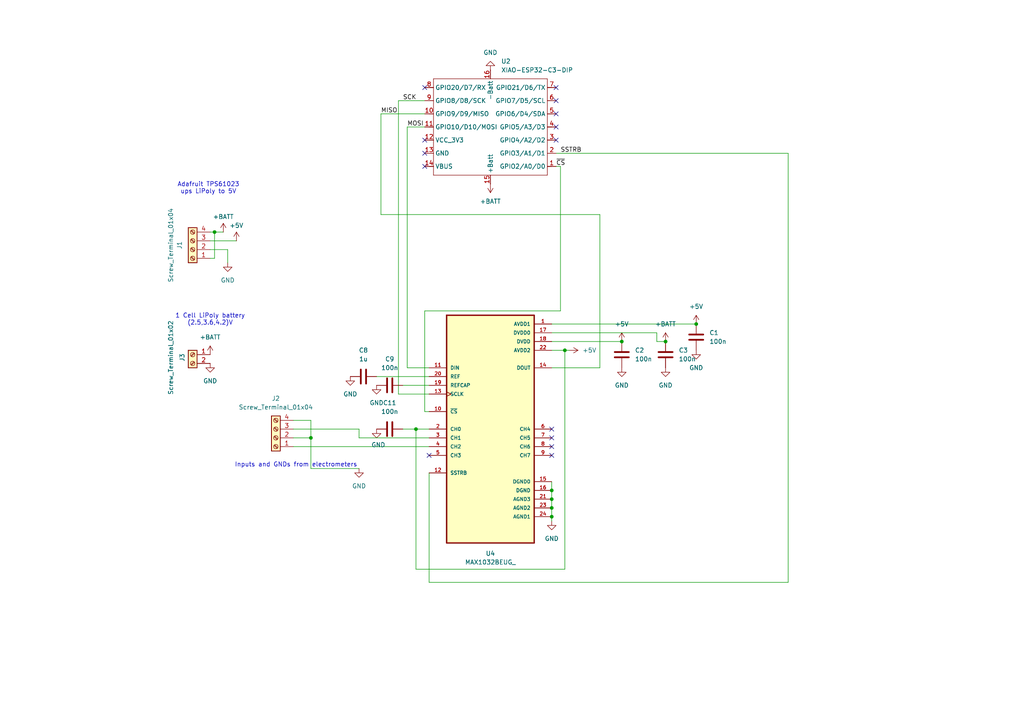
<source format=kicad_sch>
(kicad_sch
	(version 20250114)
	(generator "eeschema")
	(generator_version "9.0")
	(uuid "47c680de-131f-4b08-bf1d-2ba63acc97af")
	(paper "A4")
	(title_block
		(title "Electrometer ADC")
		(date "2025-08-20")
		(rev "v2.0")
		(company "Coffee and Tellisense Lab")
	)
	(lib_symbols
		(symbol "Connector:Screw_Terminal_01x02"
			(pin_names
				(offset 1.016)
				(hide yes)
			)
			(exclude_from_sim no)
			(in_bom yes)
			(on_board yes)
			(property "Reference" "J"
				(at 0 2.54 0)
				(effects
					(font
						(size 1.27 1.27)
					)
				)
			)
			(property "Value" "Screw_Terminal_01x02"
				(at 0 -5.08 0)
				(effects
					(font
						(size 1.27 1.27)
					)
				)
			)
			(property "Footprint" ""
				(at 0 0 0)
				(effects
					(font
						(size 1.27 1.27)
					)
					(hide yes)
				)
			)
			(property "Datasheet" "~"
				(at 0 0 0)
				(effects
					(font
						(size 1.27 1.27)
					)
					(hide yes)
				)
			)
			(property "Description" "Generic screw terminal, single row, 01x02, script generated (kicad-library-utils/schlib/autogen/connector/)"
				(at 0 0 0)
				(effects
					(font
						(size 1.27 1.27)
					)
					(hide yes)
				)
			)
			(property "ki_keywords" "screw terminal"
				(at 0 0 0)
				(effects
					(font
						(size 1.27 1.27)
					)
					(hide yes)
				)
			)
			(property "ki_fp_filters" "TerminalBlock*:*"
				(at 0 0 0)
				(effects
					(font
						(size 1.27 1.27)
					)
					(hide yes)
				)
			)
			(symbol "Screw_Terminal_01x02_1_1"
				(rectangle
					(start -1.27 1.27)
					(end 1.27 -3.81)
					(stroke
						(width 0.254)
						(type default)
					)
					(fill
						(type background)
					)
				)
				(polyline
					(pts
						(xy -0.5334 0.3302) (xy 0.3302 -0.508)
					)
					(stroke
						(width 0.1524)
						(type default)
					)
					(fill
						(type none)
					)
				)
				(polyline
					(pts
						(xy -0.5334 -2.2098) (xy 0.3302 -3.048)
					)
					(stroke
						(width 0.1524)
						(type default)
					)
					(fill
						(type none)
					)
				)
				(polyline
					(pts
						(xy -0.3556 0.508) (xy 0.508 -0.3302)
					)
					(stroke
						(width 0.1524)
						(type default)
					)
					(fill
						(type none)
					)
				)
				(polyline
					(pts
						(xy -0.3556 -2.032) (xy 0.508 -2.8702)
					)
					(stroke
						(width 0.1524)
						(type default)
					)
					(fill
						(type none)
					)
				)
				(circle
					(center 0 0)
					(radius 0.635)
					(stroke
						(width 0.1524)
						(type default)
					)
					(fill
						(type none)
					)
				)
				(circle
					(center 0 -2.54)
					(radius 0.635)
					(stroke
						(width 0.1524)
						(type default)
					)
					(fill
						(type none)
					)
				)
				(pin passive line
					(at -5.08 0 0)
					(length 3.81)
					(name "Pin_1"
						(effects
							(font
								(size 1.27 1.27)
							)
						)
					)
					(number "1"
						(effects
							(font
								(size 1.27 1.27)
							)
						)
					)
				)
				(pin passive line
					(at -5.08 -2.54 0)
					(length 3.81)
					(name "Pin_2"
						(effects
							(font
								(size 1.27 1.27)
							)
						)
					)
					(number "2"
						(effects
							(font
								(size 1.27 1.27)
							)
						)
					)
				)
			)
			(embedded_fonts no)
		)
		(symbol "Connector:Screw_Terminal_01x04"
			(pin_names
				(offset 1.016)
				(hide yes)
			)
			(exclude_from_sim no)
			(in_bom yes)
			(on_board yes)
			(property "Reference" "J"
				(at 0 5.08 0)
				(effects
					(font
						(size 1.27 1.27)
					)
				)
			)
			(property "Value" "Screw_Terminal_01x04"
				(at 0 -7.62 0)
				(effects
					(font
						(size 1.27 1.27)
					)
				)
			)
			(property "Footprint" ""
				(at 0 0 0)
				(effects
					(font
						(size 1.27 1.27)
					)
					(hide yes)
				)
			)
			(property "Datasheet" "~"
				(at 0 0 0)
				(effects
					(font
						(size 1.27 1.27)
					)
					(hide yes)
				)
			)
			(property "Description" "Generic screw terminal, single row, 01x04, script generated (kicad-library-utils/schlib/autogen/connector/)"
				(at 0 0 0)
				(effects
					(font
						(size 1.27 1.27)
					)
					(hide yes)
				)
			)
			(property "ki_keywords" "screw terminal"
				(at 0 0 0)
				(effects
					(font
						(size 1.27 1.27)
					)
					(hide yes)
				)
			)
			(property "ki_fp_filters" "TerminalBlock*:*"
				(at 0 0 0)
				(effects
					(font
						(size 1.27 1.27)
					)
					(hide yes)
				)
			)
			(symbol "Screw_Terminal_01x04_1_1"
				(rectangle
					(start -1.27 3.81)
					(end 1.27 -6.35)
					(stroke
						(width 0.254)
						(type default)
					)
					(fill
						(type background)
					)
				)
				(polyline
					(pts
						(xy -0.5334 2.8702) (xy 0.3302 2.032)
					)
					(stroke
						(width 0.1524)
						(type default)
					)
					(fill
						(type none)
					)
				)
				(polyline
					(pts
						(xy -0.5334 0.3302) (xy 0.3302 -0.508)
					)
					(stroke
						(width 0.1524)
						(type default)
					)
					(fill
						(type none)
					)
				)
				(polyline
					(pts
						(xy -0.5334 -2.2098) (xy 0.3302 -3.048)
					)
					(stroke
						(width 0.1524)
						(type default)
					)
					(fill
						(type none)
					)
				)
				(polyline
					(pts
						(xy -0.5334 -4.7498) (xy 0.3302 -5.588)
					)
					(stroke
						(width 0.1524)
						(type default)
					)
					(fill
						(type none)
					)
				)
				(polyline
					(pts
						(xy -0.3556 3.048) (xy 0.508 2.2098)
					)
					(stroke
						(width 0.1524)
						(type default)
					)
					(fill
						(type none)
					)
				)
				(polyline
					(pts
						(xy -0.3556 0.508) (xy 0.508 -0.3302)
					)
					(stroke
						(width 0.1524)
						(type default)
					)
					(fill
						(type none)
					)
				)
				(polyline
					(pts
						(xy -0.3556 -2.032) (xy 0.508 -2.8702)
					)
					(stroke
						(width 0.1524)
						(type default)
					)
					(fill
						(type none)
					)
				)
				(polyline
					(pts
						(xy -0.3556 -4.572) (xy 0.508 -5.4102)
					)
					(stroke
						(width 0.1524)
						(type default)
					)
					(fill
						(type none)
					)
				)
				(circle
					(center 0 2.54)
					(radius 0.635)
					(stroke
						(width 0.1524)
						(type default)
					)
					(fill
						(type none)
					)
				)
				(circle
					(center 0 0)
					(radius 0.635)
					(stroke
						(width 0.1524)
						(type default)
					)
					(fill
						(type none)
					)
				)
				(circle
					(center 0 -2.54)
					(radius 0.635)
					(stroke
						(width 0.1524)
						(type default)
					)
					(fill
						(type none)
					)
				)
				(circle
					(center 0 -5.08)
					(radius 0.635)
					(stroke
						(width 0.1524)
						(type default)
					)
					(fill
						(type none)
					)
				)
				(pin passive line
					(at -5.08 2.54 0)
					(length 3.81)
					(name "Pin_1"
						(effects
							(font
								(size 1.27 1.27)
							)
						)
					)
					(number "1"
						(effects
							(font
								(size 1.27 1.27)
							)
						)
					)
				)
				(pin passive line
					(at -5.08 0 0)
					(length 3.81)
					(name "Pin_2"
						(effects
							(font
								(size 1.27 1.27)
							)
						)
					)
					(number "2"
						(effects
							(font
								(size 1.27 1.27)
							)
						)
					)
				)
				(pin passive line
					(at -5.08 -2.54 0)
					(length 3.81)
					(name "Pin_3"
						(effects
							(font
								(size 1.27 1.27)
							)
						)
					)
					(number "3"
						(effects
							(font
								(size 1.27 1.27)
							)
						)
					)
				)
				(pin passive line
					(at -5.08 -5.08 0)
					(length 3.81)
					(name "Pin_4"
						(effects
							(font
								(size 1.27 1.27)
							)
						)
					)
					(number "4"
						(effects
							(font
								(size 1.27 1.27)
							)
						)
					)
				)
			)
			(embedded_fonts no)
		)
		(symbol "Device:C"
			(pin_numbers
				(hide yes)
			)
			(pin_names
				(offset 0.254)
			)
			(exclude_from_sim no)
			(in_bom yes)
			(on_board yes)
			(property "Reference" "C"
				(at 0.635 2.54 0)
				(effects
					(font
						(size 1.27 1.27)
					)
					(justify left)
				)
			)
			(property "Value" "C"
				(at 0.635 -2.54 0)
				(effects
					(font
						(size 1.27 1.27)
					)
					(justify left)
				)
			)
			(property "Footprint" ""
				(at 0.9652 -3.81 0)
				(effects
					(font
						(size 1.27 1.27)
					)
					(hide yes)
				)
			)
			(property "Datasheet" "~"
				(at 0 0 0)
				(effects
					(font
						(size 1.27 1.27)
					)
					(hide yes)
				)
			)
			(property "Description" "Unpolarized capacitor"
				(at 0 0 0)
				(effects
					(font
						(size 1.27 1.27)
					)
					(hide yes)
				)
			)
			(property "ki_keywords" "cap capacitor"
				(at 0 0 0)
				(effects
					(font
						(size 1.27 1.27)
					)
					(hide yes)
				)
			)
			(property "ki_fp_filters" "C_*"
				(at 0 0 0)
				(effects
					(font
						(size 1.27 1.27)
					)
					(hide yes)
				)
			)
			(symbol "C_0_1"
				(polyline
					(pts
						(xy -2.032 0.762) (xy 2.032 0.762)
					)
					(stroke
						(width 0.508)
						(type default)
					)
					(fill
						(type none)
					)
				)
				(polyline
					(pts
						(xy -2.032 -0.762) (xy 2.032 -0.762)
					)
					(stroke
						(width 0.508)
						(type default)
					)
					(fill
						(type none)
					)
				)
			)
			(symbol "C_1_1"
				(pin passive line
					(at 0 3.81 270)
					(length 2.794)
					(name "~"
						(effects
							(font
								(size 1.27 1.27)
							)
						)
					)
					(number "1"
						(effects
							(font
								(size 1.27 1.27)
							)
						)
					)
				)
				(pin passive line
					(at 0 -3.81 90)
					(length 2.794)
					(name "~"
						(effects
							(font
								(size 1.27 1.27)
							)
						)
					)
					(number "2"
						(effects
							(font
								(size 1.27 1.27)
							)
						)
					)
				)
			)
			(embedded_fonts no)
		)
		(symbol "GND_1"
			(power)
			(pin_numbers
				(hide yes)
			)
			(pin_names
				(offset 0)
				(hide yes)
			)
			(exclude_from_sim no)
			(in_bom yes)
			(on_board yes)
			(property "Reference" "#PWR"
				(at 0 -6.35 0)
				(effects
					(font
						(size 1.27 1.27)
					)
					(hide yes)
				)
			)
			(property "Value" "GND"
				(at 0 -3.81 0)
				(effects
					(font
						(size 1.27 1.27)
					)
				)
			)
			(property "Footprint" ""
				(at 0 0 0)
				(effects
					(font
						(size 1.27 1.27)
					)
					(hide yes)
				)
			)
			(property "Datasheet" ""
				(at 0 0 0)
				(effects
					(font
						(size 1.27 1.27)
					)
					(hide yes)
				)
			)
			(property "Description" "Power symbol creates a global label with name \"GND\" , ground"
				(at 0 0 0)
				(effects
					(font
						(size 1.27 1.27)
					)
					(hide yes)
				)
			)
			(property "ki_keywords" "global power"
				(at 0 0 0)
				(effects
					(font
						(size 1.27 1.27)
					)
					(hide yes)
				)
			)
			(symbol "GND_1_0_1"
				(polyline
					(pts
						(xy 0 0) (xy 0 -1.27) (xy 1.27 -1.27) (xy 0 -2.54) (xy -1.27 -1.27) (xy 0 -1.27)
					)
					(stroke
						(width 0)
						(type default)
					)
					(fill
						(type none)
					)
				)
			)
			(symbol "GND_1_1_1"
				(pin power_in line
					(at 0 0 270)
					(length 0)
					(name "~"
						(effects
							(font
								(size 1.27 1.27)
							)
						)
					)
					(number "1"
						(effects
							(font
								(size 1.27 1.27)
							)
						)
					)
				)
			)
			(embedded_fonts no)
		)
		(symbol "GND_2"
			(power)
			(pin_numbers
				(hide yes)
			)
			(pin_names
				(offset 0)
				(hide yes)
			)
			(exclude_from_sim no)
			(in_bom yes)
			(on_board yes)
			(property "Reference" "#PWR"
				(at 0 -6.35 0)
				(effects
					(font
						(size 1.27 1.27)
					)
					(hide yes)
				)
			)
			(property "Value" "GND"
				(at 0 -3.81 0)
				(effects
					(font
						(size 1.27 1.27)
					)
				)
			)
			(property "Footprint" ""
				(at 0 0 0)
				(effects
					(font
						(size 1.27 1.27)
					)
					(hide yes)
				)
			)
			(property "Datasheet" ""
				(at 0 0 0)
				(effects
					(font
						(size 1.27 1.27)
					)
					(hide yes)
				)
			)
			(property "Description" "Power symbol creates a global label with name \"GND\" , ground"
				(at 0 0 0)
				(effects
					(font
						(size 1.27 1.27)
					)
					(hide yes)
				)
			)
			(property "ki_keywords" "global power"
				(at 0 0 0)
				(effects
					(font
						(size 1.27 1.27)
					)
					(hide yes)
				)
			)
			(symbol "GND_2_0_1"
				(polyline
					(pts
						(xy 0 0) (xy 0 -1.27) (xy 1.27 -1.27) (xy 0 -2.54) (xy -1.27 -1.27) (xy 0 -1.27)
					)
					(stroke
						(width 0)
						(type default)
					)
					(fill
						(type none)
					)
				)
			)
			(symbol "GND_2_1_1"
				(pin power_in line
					(at 0 0 270)
					(length 0)
					(name "~"
						(effects
							(font
								(size 1.27 1.27)
							)
						)
					)
					(number "1"
						(effects
							(font
								(size 1.27 1.27)
							)
						)
					)
				)
			)
			(embedded_fonts no)
		)
		(symbol "MAX1032:MAX1032BEUG_"
			(pin_names
				(offset 1.016)
			)
			(exclude_from_sim no)
			(in_bom yes)
			(on_board yes)
			(property "Reference" "U"
				(at -12.7 34.02 0)
				(effects
					(font
						(size 1.27 1.27)
					)
					(justify left bottom)
				)
			)
			(property "Value" "MAX1032BEUG_"
				(at -12.7 -37.02 0)
				(effects
					(font
						(size 1.27 1.27)
					)
					(justify left bottom)
				)
			)
			(property "Footprint" "MAX1032BEUG_:SOP65P640X110-24N"
				(at 0 0 0)
				(effects
					(font
						(size 1.27 1.27)
					)
					(justify bottom)
					(hide yes)
				)
			)
			(property "Datasheet" ""
				(at 0 0 0)
				(effects
					(font
						(size 1.27 1.27)
					)
					(hide yes)
				)
			)
			(property "Description" ""
				(at 0 0 0)
				(effects
					(font
						(size 1.27 1.27)
					)
					(hide yes)
				)
			)
			(property "MF" "Analog Devices"
				(at 0 0 0)
				(effects
					(font
						(size 1.27 1.27)
					)
					(justify bottom)
					(hide yes)
				)
			)
			(property "Description_1" "8- and 4-Channel, ±3 x VREF Multirange Inputs, Serial 14-Bit ADCs"
				(at 0 0 0)
				(effects
					(font
						(size 1.27 1.27)
					)
					(justify bottom)
					(hide yes)
				)
			)
			(property "Package" "TSSOP-24 Maxim"
				(at 0 0 0)
				(effects
					(font
						(size 1.27 1.27)
					)
					(justify bottom)
					(hide yes)
				)
			)
			(property "Price" "None"
				(at 0 0 0)
				(effects
					(font
						(size 1.27 1.27)
					)
					(justify bottom)
					(hide yes)
				)
			)
			(property "SnapEDA_Link" "https://www.snapeda.com/parts/MAX1032BEUG+/Analog+Devices/view-part/?ref=snap"
				(at 0 0 0)
				(effects
					(font
						(size 1.27 1.27)
					)
					(justify bottom)
					(hide yes)
				)
			)
			(property "MP" "MAX1032BEUG+"
				(at 0 0 0)
				(effects
					(font
						(size 1.27 1.27)
					)
					(justify bottom)
					(hide yes)
				)
			)
			(property "Availability" "In Stock"
				(at 0 0 0)
				(effects
					(font
						(size 1.27 1.27)
					)
					(justify bottom)
					(hide yes)
				)
			)
			(property "Check_prices" "https://www.snapeda.com/parts/MAX1032BEUG+/Analog+Devices/view-part/?ref=eda"
				(at 0 0 0)
				(effects
					(font
						(size 1.27 1.27)
					)
					(justify bottom)
					(hide yes)
				)
			)
			(symbol "MAX1032BEUG__0_0"
				(rectangle
					(start -12.7 -33.02)
					(end 12.7 33.02)
					(stroke
						(width 0.41)
						(type default)
					)
					(fill
						(type background)
					)
				)
				(pin input line
					(at -17.78 17.78 0)
					(length 5.08)
					(name "DIN"
						(effects
							(font
								(size 1.016 1.016)
							)
						)
					)
					(number "11"
						(effects
							(font
								(size 1.016 1.016)
							)
						)
					)
				)
				(pin input line
					(at -17.78 15.24 0)
					(length 5.08)
					(name "REF"
						(effects
							(font
								(size 1.016 1.016)
							)
						)
					)
					(number "20"
						(effects
							(font
								(size 1.016 1.016)
							)
						)
					)
				)
				(pin input line
					(at -17.78 12.7 0)
					(length 5.08)
					(name "REFCAP"
						(effects
							(font
								(size 1.016 1.016)
							)
						)
					)
					(number "19"
						(effects
							(font
								(size 1.016 1.016)
							)
						)
					)
				)
				(pin input clock
					(at -17.78 10.16 0)
					(length 5.08)
					(name "SCLK"
						(effects
							(font
								(size 1.016 1.016)
							)
						)
					)
					(number "13"
						(effects
							(font
								(size 1.016 1.016)
							)
						)
					)
				)
				(pin bidirectional line
					(at -17.78 5.08 0)
					(length 5.08)
					(name "~{CS}"
						(effects
							(font
								(size 1.016 1.016)
							)
						)
					)
					(number "10"
						(effects
							(font
								(size 1.016 1.016)
							)
						)
					)
				)
				(pin bidirectional line
					(at -17.78 0 0)
					(length 5.08)
					(name "CH0"
						(effects
							(font
								(size 1.016 1.016)
							)
						)
					)
					(number "2"
						(effects
							(font
								(size 1.016 1.016)
							)
						)
					)
				)
				(pin bidirectional line
					(at -17.78 -2.54 0)
					(length 5.08)
					(name "CH1"
						(effects
							(font
								(size 1.016 1.016)
							)
						)
					)
					(number "3"
						(effects
							(font
								(size 1.016 1.016)
							)
						)
					)
				)
				(pin bidirectional line
					(at -17.78 -5.08 0)
					(length 5.08)
					(name "CH2"
						(effects
							(font
								(size 1.016 1.016)
							)
						)
					)
					(number "4"
						(effects
							(font
								(size 1.016 1.016)
							)
						)
					)
				)
				(pin bidirectional line
					(at -17.78 -7.62 0)
					(length 5.08)
					(name "CH3"
						(effects
							(font
								(size 1.016 1.016)
							)
						)
					)
					(number "5"
						(effects
							(font
								(size 1.016 1.016)
							)
						)
					)
				)
				(pin bidirectional line
					(at -17.78 -12.7 0)
					(length 5.08)
					(name "SSTRB"
						(effects
							(font
								(size 1.016 1.016)
							)
						)
					)
					(number "12"
						(effects
							(font
								(size 1.016 1.016)
							)
						)
					)
				)
				(pin power_in line
					(at 17.78 30.48 180)
					(length 5.08)
					(name "AVDD1"
						(effects
							(font
								(size 1.016 1.016)
							)
						)
					)
					(number "1"
						(effects
							(font
								(size 1.016 1.016)
							)
						)
					)
				)
				(pin power_in line
					(at 17.78 27.94 180)
					(length 5.08)
					(name "DVDD0"
						(effects
							(font
								(size 1.016 1.016)
							)
						)
					)
					(number "17"
						(effects
							(font
								(size 1.016 1.016)
							)
						)
					)
				)
				(pin power_in line
					(at 17.78 25.4 180)
					(length 5.08)
					(name "DVDD"
						(effects
							(font
								(size 1.016 1.016)
							)
						)
					)
					(number "18"
						(effects
							(font
								(size 1.016 1.016)
							)
						)
					)
				)
				(pin power_in line
					(at 17.78 22.86 180)
					(length 5.08)
					(name "AVDD2"
						(effects
							(font
								(size 1.016 1.016)
							)
						)
					)
					(number "22"
						(effects
							(font
								(size 1.016 1.016)
							)
						)
					)
				)
				(pin output line
					(at 17.78 17.78 180)
					(length 5.08)
					(name "DOUT"
						(effects
							(font
								(size 1.016 1.016)
							)
						)
					)
					(number "14"
						(effects
							(font
								(size 1.016 1.016)
							)
						)
					)
				)
				(pin bidirectional line
					(at 17.78 0 180)
					(length 5.08)
					(name "CH4"
						(effects
							(font
								(size 1.016 1.016)
							)
						)
					)
					(number "6"
						(effects
							(font
								(size 1.016 1.016)
							)
						)
					)
				)
				(pin bidirectional line
					(at 17.78 -2.54 180)
					(length 5.08)
					(name "CH5"
						(effects
							(font
								(size 1.016 1.016)
							)
						)
					)
					(number "7"
						(effects
							(font
								(size 1.016 1.016)
							)
						)
					)
				)
				(pin bidirectional line
					(at 17.78 -5.08 180)
					(length 5.08)
					(name "CH6"
						(effects
							(font
								(size 1.016 1.016)
							)
						)
					)
					(number "8"
						(effects
							(font
								(size 1.016 1.016)
							)
						)
					)
				)
				(pin bidirectional line
					(at 17.78 -7.62 180)
					(length 5.08)
					(name "CH7"
						(effects
							(font
								(size 1.016 1.016)
							)
						)
					)
					(number "9"
						(effects
							(font
								(size 1.016 1.016)
							)
						)
					)
				)
				(pin power_in line
					(at 17.78 -15.24 180)
					(length 5.08)
					(name "DGND0"
						(effects
							(font
								(size 1.016 1.016)
							)
						)
					)
					(number "15"
						(effects
							(font
								(size 1.016 1.016)
							)
						)
					)
				)
				(pin power_in line
					(at 17.78 -17.78 180)
					(length 5.08)
					(name "DGND"
						(effects
							(font
								(size 1.016 1.016)
							)
						)
					)
					(number "16"
						(effects
							(font
								(size 1.016 1.016)
							)
						)
					)
				)
				(pin power_in line
					(at 17.78 -20.32 180)
					(length 5.08)
					(name "AGND3"
						(effects
							(font
								(size 1.016 1.016)
							)
						)
					)
					(number "21"
						(effects
							(font
								(size 1.016 1.016)
							)
						)
					)
				)
				(pin power_in line
					(at 17.78 -22.86 180)
					(length 5.08)
					(name "AGND2"
						(effects
							(font
								(size 1.016 1.016)
							)
						)
					)
					(number "23"
						(effects
							(font
								(size 1.016 1.016)
							)
						)
					)
				)
				(pin power_in line
					(at 17.78 -25.4 180)
					(length 5.08)
					(name "AGND1"
						(effects
							(font
								(size 1.016 1.016)
							)
						)
					)
					(number "24"
						(effects
							(font
								(size 1.016 1.016)
							)
						)
					)
				)
			)
			(embedded_fonts no)
		)
		(symbol "XIAO-ESP32-C3-DIP_1"
			(exclude_from_sim no)
			(in_bom yes)
			(on_board yes)
			(property "Reference" "U"
				(at 1.016 2.794 0)
				(effects
					(font
						(size 1.27 1.27)
					)
				)
			)
			(property "Value" "XIAO-ESP32-C3-DIP"
				(at 3.302 1.016 0)
				(effects
					(font
						(size 1.27 1.27)
					)
				)
			)
			(property "Footprint" "Module:MOUDLE14P-XIAO-DIP-SMD"
				(at 16.764 -29.464 0)
				(effects
					(font
						(size 1.27 1.27)
					)
					(hide yes)
				)
			)
			(property "Datasheet" ""
				(at 1.27 1.27 0)
				(effects
					(font
						(size 1.27 1.27)
					)
					(hide yes)
				)
			)
			(property "Description" ""
				(at 1.27 1.27 0)
				(effects
					(font
						(size 1.27 1.27)
					)
					(hide yes)
				)
			)
			(symbol "XIAO-ESP32-C3-DIP_1_1_0"
				(polyline
					(pts
						(xy 0 0) (xy 33.02 0)
					)
					(stroke
						(width 0.1524)
						(type solid)
					)
					(fill
						(type none)
					)
				)
				(polyline
					(pts
						(xy 0 -2.54) (xy -1.27 -2.54)
					)
					(stroke
						(width 0.1524)
						(type solid)
					)
					(fill
						(type none)
					)
				)
				(polyline
					(pts
						(xy 0 -2.54) (xy 0 0)
					)
					(stroke
						(width 0.1524)
						(type solid)
					)
					(fill
						(type none)
					)
				)
				(polyline
					(pts
						(xy 0 -6.35) (xy -1.27 -6.35)
					)
					(stroke
						(width 0.1524)
						(type solid)
					)
					(fill
						(type none)
					)
				)
				(polyline
					(pts
						(xy 0 -6.35) (xy 0 -2.54)
					)
					(stroke
						(width 0.1524)
						(type solid)
					)
					(fill
						(type none)
					)
				)
				(polyline
					(pts
						(xy 0 -10.16) (xy -1.27 -10.16)
					)
					(stroke
						(width 0.1524)
						(type solid)
					)
					(fill
						(type none)
					)
				)
				(polyline
					(pts
						(xy 0 -10.16) (xy 0 -6.35)
					)
					(stroke
						(width 0.1524)
						(type solid)
					)
					(fill
						(type none)
					)
				)
				(polyline
					(pts
						(xy 0 -13.97) (xy -1.27 -13.97)
					)
					(stroke
						(width 0.1524)
						(type solid)
					)
					(fill
						(type none)
					)
				)
				(polyline
					(pts
						(xy 0 -13.97) (xy 0 -10.16)
					)
					(stroke
						(width 0.1524)
						(type solid)
					)
					(fill
						(type none)
					)
				)
				(polyline
					(pts
						(xy 0 -17.78) (xy -1.27 -17.78)
					)
					(stroke
						(width 0.1524)
						(type solid)
					)
					(fill
						(type none)
					)
				)
				(polyline
					(pts
						(xy 0 -21.59) (xy -1.27 -21.59)
					)
					(stroke
						(width 0.1524)
						(type solid)
					)
					(fill
						(type none)
					)
				)
				(polyline
					(pts
						(xy 0 -25.4) (xy -1.27 -25.4)
					)
					(stroke
						(width 0.1524)
						(type solid)
					)
					(fill
						(type none)
					)
				)
				(polyline
					(pts
						(xy 0 -27.94) (xy 0 -13.97)
					)
					(stroke
						(width 0.1524)
						(type solid)
					)
					(fill
						(type none)
					)
				)
				(polyline
					(pts
						(xy 33.02 0) (xy 33.02 -2.54)
					)
					(stroke
						(width 0.1524)
						(type solid)
					)
					(fill
						(type none)
					)
				)
				(polyline
					(pts
						(xy 33.02 -2.54) (xy 33.02 -6.35)
					)
					(stroke
						(width 0.1524)
						(type solid)
					)
					(fill
						(type none)
					)
				)
				(polyline
					(pts
						(xy 33.02 -6.35) (xy 33.02 -10.16)
					)
					(stroke
						(width 0.1524)
						(type solid)
					)
					(fill
						(type none)
					)
				)
				(polyline
					(pts
						(xy 33.02 -10.16) (xy 33.02 -27.94)
					)
					(stroke
						(width 0.1524)
						(type solid)
					)
					(fill
						(type none)
					)
				)
				(polyline
					(pts
						(xy 33.02 -27.94) (xy 0 -27.94)
					)
					(stroke
						(width 0.1524)
						(type solid)
					)
					(fill
						(type none)
					)
				)
				(polyline
					(pts
						(xy 34.29 -2.54) (xy 33.02 -2.54)
					)
					(stroke
						(width 0.1524)
						(type solid)
					)
					(fill
						(type none)
					)
				)
				(polyline
					(pts
						(xy 34.29 -6.35) (xy 33.02 -6.35)
					)
					(stroke
						(width 0.1524)
						(type solid)
					)
					(fill
						(type none)
					)
				)
				(polyline
					(pts
						(xy 34.29 -10.16) (xy 33.02 -10.16)
					)
					(stroke
						(width 0.1524)
						(type solid)
					)
					(fill
						(type none)
					)
				)
				(polyline
					(pts
						(xy 34.29 -13.97) (xy 33.02 -13.97)
					)
					(stroke
						(width 0.1524)
						(type solid)
					)
					(fill
						(type none)
					)
				)
				(polyline
					(pts
						(xy 34.29 -17.78) (xy 33.02 -17.78)
					)
					(stroke
						(width 0.1524)
						(type solid)
					)
					(fill
						(type none)
					)
				)
				(polyline
					(pts
						(xy 34.29 -21.59) (xy 33.02 -21.59)
					)
					(stroke
						(width 0.1524)
						(type solid)
					)
					(fill
						(type none)
					)
				)
				(polyline
					(pts
						(xy 34.29 -25.4) (xy 33.02 -25.4)
					)
					(stroke
						(width 0.1524)
						(type solid)
					)
					(fill
						(type none)
					)
				)
				(pin passive line
					(at -2.54 -2.54 0)
					(length 2.54)
					(name "GPIO2/A0/D0"
						(effects
							(font
								(size 1.27 1.27)
							)
						)
					)
					(number "1"
						(effects
							(font
								(size 1.27 1.27)
							)
						)
					)
				)
				(pin passive line
					(at -2.54 -6.35 0)
					(length 2.54)
					(name "GPIO3/A1/D1"
						(effects
							(font
								(size 1.27 1.27)
							)
						)
					)
					(number "2"
						(effects
							(font
								(size 1.27 1.27)
							)
						)
					)
				)
				(pin passive line
					(at -2.54 -10.16 0)
					(length 2.54)
					(name "GPIO4/A2/D2"
						(effects
							(font
								(size 1.27 1.27)
							)
						)
					)
					(number "3"
						(effects
							(font
								(size 1.27 1.27)
							)
						)
					)
				)
				(pin passive line
					(at -2.54 -13.97 0)
					(length 2.54)
					(name "GPIO5/A3/D3"
						(effects
							(font
								(size 1.27 1.27)
							)
						)
					)
					(number "4"
						(effects
							(font
								(size 1.27 1.27)
							)
						)
					)
				)
				(pin passive line
					(at -2.54 -17.78 0)
					(length 2.54)
					(name "GPIO6/D4/SDA"
						(effects
							(font
								(size 1.27 1.27)
							)
						)
					)
					(number "5"
						(effects
							(font
								(size 1.27 1.27)
							)
						)
					)
				)
				(pin passive line
					(at -2.54 -21.59 0)
					(length 2.54)
					(name "GPIO7/D5/SCL"
						(effects
							(font
								(size 1.27 1.27)
							)
						)
					)
					(number "6"
						(effects
							(font
								(size 1.27 1.27)
							)
						)
					)
				)
				(pin passive line
					(at -2.54 -25.4 0)
					(length 2.54)
					(name "GPIO21/D6/TX"
						(effects
							(font
								(size 1.27 1.27)
							)
						)
					)
					(number "7"
						(effects
							(font
								(size 1.27 1.27)
							)
						)
					)
				)
				(pin passive line
					(at 35.56 -2.54 180)
					(length 2.54)
					(name "VBUS"
						(effects
							(font
								(size 1.27 1.27)
							)
						)
					)
					(number "14"
						(effects
							(font
								(size 1.27 1.27)
							)
						)
					)
				)
				(pin passive line
					(at 35.56 -6.35 180)
					(length 2.54)
					(name "GND"
						(effects
							(font
								(size 1.27 1.27)
							)
						)
					)
					(number "13"
						(effects
							(font
								(size 1.27 1.27)
							)
						)
					)
				)
				(pin passive line
					(at 35.56 -10.16 180)
					(length 2.54)
					(name "VCC_3V3"
						(effects
							(font
								(size 1.27 1.27)
							)
						)
					)
					(number "12"
						(effects
							(font
								(size 1.27 1.27)
							)
						)
					)
				)
				(pin passive line
					(at 35.56 -13.97 180)
					(length 2.54)
					(name "GPIO10/D10/MOSI"
						(effects
							(font
								(size 1.27 1.27)
							)
						)
					)
					(number "11"
						(effects
							(font
								(size 1.27 1.27)
							)
						)
					)
				)
				(pin passive line
					(at 35.56 -17.78 180)
					(length 2.54)
					(name "GPIO9/D9/MISO"
						(effects
							(font
								(size 1.27 1.27)
							)
						)
					)
					(number "10"
						(effects
							(font
								(size 1.27 1.27)
							)
						)
					)
				)
				(pin passive line
					(at 35.56 -21.59 180)
					(length 2.54)
					(name "GPIO8/D8/SCK"
						(effects
							(font
								(size 1.27 1.27)
							)
						)
					)
					(number "9"
						(effects
							(font
								(size 1.27 1.27)
							)
						)
					)
				)
				(pin passive line
					(at 35.56 -25.4 180)
					(length 2.54)
					(name "GPIO20/D7/RX"
						(effects
							(font
								(size 1.27 1.27)
							)
						)
					)
					(number "8"
						(effects
							(font
								(size 1.27 1.27)
							)
						)
					)
				)
			)
			(symbol "XIAO-ESP32-C3-DIP_1_1_1"
				(pin input line
					(at 16.51 2.54 270)
					(length 2.54)
					(name "+Batt"
						(effects
							(font
								(size 1.27 1.27)
							)
						)
					)
					(number "15"
						(effects
							(font
								(size 1.27 1.27)
							)
						)
					)
				)
				(pin input line
					(at 16.51 -30.48 90)
					(length 2.54)
					(name "-Batt"
						(effects
							(font
								(size 1.27 1.27)
							)
						)
					)
					(number "16"
						(effects
							(font
								(size 1.27 1.27)
							)
						)
					)
				)
			)
			(embedded_fonts no)
		)
		(symbol "power:+5V"
			(power)
			(pin_numbers
				(hide yes)
			)
			(pin_names
				(offset 0)
				(hide yes)
			)
			(exclude_from_sim no)
			(in_bom yes)
			(on_board yes)
			(property "Reference" "#PWR"
				(at 0 -3.81 0)
				(effects
					(font
						(size 1.27 1.27)
					)
					(hide yes)
				)
			)
			(property "Value" "+5V"
				(at 0 3.556 0)
				(effects
					(font
						(size 1.27 1.27)
					)
				)
			)
			(property "Footprint" ""
				(at 0 0 0)
				(effects
					(font
						(size 1.27 1.27)
					)
					(hide yes)
				)
			)
			(property "Datasheet" ""
				(at 0 0 0)
				(effects
					(font
						(size 1.27 1.27)
					)
					(hide yes)
				)
			)
			(property "Description" "Power symbol creates a global label with name \"+5V\""
				(at 0 0 0)
				(effects
					(font
						(size 1.27 1.27)
					)
					(hide yes)
				)
			)
			(property "ki_keywords" "global power"
				(at 0 0 0)
				(effects
					(font
						(size 1.27 1.27)
					)
					(hide yes)
				)
			)
			(symbol "+5V_0_1"
				(polyline
					(pts
						(xy -0.762 1.27) (xy 0 2.54)
					)
					(stroke
						(width 0)
						(type default)
					)
					(fill
						(type none)
					)
				)
				(polyline
					(pts
						(xy 0 2.54) (xy 0.762 1.27)
					)
					(stroke
						(width 0)
						(type default)
					)
					(fill
						(type none)
					)
				)
				(polyline
					(pts
						(xy 0 0) (xy 0 2.54)
					)
					(stroke
						(width 0)
						(type default)
					)
					(fill
						(type none)
					)
				)
			)
			(symbol "+5V_1_1"
				(pin power_in line
					(at 0 0 90)
					(length 0)
					(name "~"
						(effects
							(font
								(size 1.27 1.27)
							)
						)
					)
					(number "1"
						(effects
							(font
								(size 1.27 1.27)
							)
						)
					)
				)
			)
			(embedded_fonts no)
		)
		(symbol "power:+BATT"
			(power)
			(pin_numbers
				(hide yes)
			)
			(pin_names
				(offset 0)
				(hide yes)
			)
			(exclude_from_sim no)
			(in_bom yes)
			(on_board yes)
			(property "Reference" "#PWR"
				(at 0 -3.81 0)
				(effects
					(font
						(size 1.27 1.27)
					)
					(hide yes)
				)
			)
			(property "Value" "+BATT"
				(at 0 3.556 0)
				(effects
					(font
						(size 1.27 1.27)
					)
				)
			)
			(property "Footprint" ""
				(at 0 0 0)
				(effects
					(font
						(size 1.27 1.27)
					)
					(hide yes)
				)
			)
			(property "Datasheet" ""
				(at 0 0 0)
				(effects
					(font
						(size 1.27 1.27)
					)
					(hide yes)
				)
			)
			(property "Description" "Power symbol creates a global label with name \"+BATT\""
				(at 0 0 0)
				(effects
					(font
						(size 1.27 1.27)
					)
					(hide yes)
				)
			)
			(property "ki_keywords" "global power battery"
				(at 0 0 0)
				(effects
					(font
						(size 1.27 1.27)
					)
					(hide yes)
				)
			)
			(symbol "+BATT_0_1"
				(polyline
					(pts
						(xy -0.762 1.27) (xy 0 2.54)
					)
					(stroke
						(width 0)
						(type default)
					)
					(fill
						(type none)
					)
				)
				(polyline
					(pts
						(xy 0 2.54) (xy 0.762 1.27)
					)
					(stroke
						(width 0)
						(type default)
					)
					(fill
						(type none)
					)
				)
				(polyline
					(pts
						(xy 0 0) (xy 0 2.54)
					)
					(stroke
						(width 0)
						(type default)
					)
					(fill
						(type none)
					)
				)
			)
			(symbol "+BATT_1_1"
				(pin power_in line
					(at 0 0 90)
					(length 0)
					(name "~"
						(effects
							(font
								(size 1.27 1.27)
							)
						)
					)
					(number "1"
						(effects
							(font
								(size 1.27 1.27)
							)
						)
					)
				)
			)
			(embedded_fonts no)
		)
		(symbol "power:GND"
			(power)
			(pin_names
				(offset 0)
			)
			(exclude_from_sim no)
			(in_bom yes)
			(on_board yes)
			(property "Reference" "#PWR"
				(at 0 -6.35 0)
				(effects
					(font
						(size 1.27 1.27)
					)
					(hide yes)
				)
			)
			(property "Value" "GND"
				(at 0 -3.81 0)
				(effects
					(font
						(size 1.27 1.27)
					)
				)
			)
			(property "Footprint" ""
				(at 0 0 0)
				(effects
					(font
						(size 1.27 1.27)
					)
					(hide yes)
				)
			)
			(property "Datasheet" ""
				(at 0 0 0)
				(effects
					(font
						(size 1.27 1.27)
					)
					(hide yes)
				)
			)
			(property "Description" "Power symbol creates a global label with name \"GND\" , ground"
				(at 0 0 0)
				(effects
					(font
						(size 1.27 1.27)
					)
					(hide yes)
				)
			)
			(property "ki_keywords" "global power"
				(at 0 0 0)
				(effects
					(font
						(size 1.27 1.27)
					)
					(hide yes)
				)
			)
			(symbol "GND_0_1"
				(polyline
					(pts
						(xy 0 0) (xy 0 -1.27) (xy 1.27 -1.27) (xy 0 -2.54) (xy -1.27 -1.27) (xy 0 -1.27)
					)
					(stroke
						(width 0)
						(type default)
					)
					(fill
						(type none)
					)
				)
			)
			(symbol "GND_1_1"
				(pin power_in line
					(at 0 0 270)
					(length 0)
					(hide yes)
					(name "GND"
						(effects
							(font
								(size 1.27 1.27)
							)
						)
					)
					(number "1"
						(effects
							(font
								(size 1.27 1.27)
							)
						)
					)
				)
			)
			(embedded_fonts no)
		)
	)
	(text "Adafruit TPS61023\nups LiPoly to 5V\n"
		(exclude_from_sim no)
		(at 60.452 54.61 0)
		(effects
			(font
				(size 1.27 1.27)
			)
		)
		(uuid "691fc731-a298-4c0b-8ff2-b04cd1eeae51")
	)
	(text "1 Cell LiPoly battery\n(2.5,3.6,4.2)V\n"
		(exclude_from_sim no)
		(at 60.96 92.71 0)
		(effects
			(font
				(size 1.27 1.27)
			)
		)
		(uuid "b6a862a7-c978-48b2-8c37-cb312460413f")
	)
	(text "Inputs and GNDs from electrometers\n"
		(exclude_from_sim no)
		(at 85.852 134.874 0)
		(effects
			(font
				(size 1.27 1.27)
			)
		)
		(uuid "b827550c-d6b5-4af4-8472-f38d04490d5d")
	)
	(junction
		(at 120.65 124.46)
		(diameter 0)
		(color 0 0 0 0)
		(uuid "476523ce-550d-4da3-a393-c01da5b8349b")
	)
	(junction
		(at 201.93 93.98)
		(diameter 0)
		(color 0 0 0 0)
		(uuid "4d96315b-b801-4a05-996c-609d64331c90")
	)
	(junction
		(at 62.23 67.31)
		(diameter 0)
		(color 0 0 0 0)
		(uuid "5a92c1c4-03a7-4b4c-a222-0398a5588fff")
	)
	(junction
		(at 160.02 149.86)
		(diameter 0)
		(color 0 0 0 0)
		(uuid "62be2fdb-71d7-48ee-ab65-15362bf483b1")
	)
	(junction
		(at 160.02 144.78)
		(diameter 0)
		(color 0 0 0 0)
		(uuid "6b8bb819-34e0-4139-bf4f-0bee59aab442")
	)
	(junction
		(at 160.02 142.24)
		(diameter 0)
		(color 0 0 0 0)
		(uuid "73014932-ef27-4461-80af-f763b4d1e32c")
	)
	(junction
		(at 90.17 127)
		(diameter 0)
		(color 0 0 0 0)
		(uuid "90771c92-eda7-4cbe-afec-ab1bfe5cd788")
	)
	(junction
		(at 163.83 101.6)
		(diameter 0)
		(color 0 0 0 0)
		(uuid "e17a8561-5159-4d30-a258-c685d48999b3")
	)
	(junction
		(at 160.02 147.32)
		(diameter 0)
		(color 0 0 0 0)
		(uuid "f45f3cf6-e607-47a0-9470-1d9055beb579")
	)
	(junction
		(at 193.04 99.06)
		(diameter 0)
		(color 0 0 0 0)
		(uuid "f6f19133-14fa-45e1-860b-f77420acde77")
	)
	(junction
		(at 180.34 99.06)
		(diameter 0)
		(color 0 0 0 0)
		(uuid "fc90800c-911c-49a1-9054-e3ba451cc03e")
	)
	(no_connect
		(at 160.02 124.46)
		(uuid "2b3202e6-8dfb-483a-8ba3-0fa346cb0cf9")
	)
	(no_connect
		(at 123.19 44.45)
		(uuid "33bd09fa-fdec-406a-8bc0-ab76091326ff")
	)
	(no_connect
		(at 123.19 48.26)
		(uuid "46fb4903-cf7e-487c-b0ac-d88762f3229d")
	)
	(no_connect
		(at 161.29 33.02)
		(uuid "597cdd67-f46e-49d6-ac20-ec7acc1dfd10")
	)
	(no_connect
		(at 161.29 29.21)
		(uuid "5ff7b213-2b5f-4c56-a4fb-b5f441af835c")
	)
	(no_connect
		(at 160.02 127)
		(uuid "846e411f-cb0b-4213-b462-6c830c910042")
	)
	(no_connect
		(at 123.19 40.64)
		(uuid "876d3935-ce15-4436-b992-b260052e0433")
	)
	(no_connect
		(at 123.19 25.4)
		(uuid "8ff1a744-25af-4acf-82ac-fa5eef1b167c")
	)
	(no_connect
		(at 161.29 36.83)
		(uuid "911d327e-a3b6-4a13-9858-19623cea2532")
	)
	(no_connect
		(at 160.02 132.08)
		(uuid "91fc8d9a-48da-4a59-8fb3-41180a37cf93")
	)
	(no_connect
		(at 161.29 40.64)
		(uuid "92795c51-2608-47ac-bc76-8b5a723bc1b1")
	)
	(no_connect
		(at 160.02 129.54)
		(uuid "a8ece020-44b1-4075-9360-6ac7f4aa77ac")
	)
	(no_connect
		(at 161.29 25.4)
		(uuid "cffa5f80-2f83-4a88-bc50-0b77b303448b")
	)
	(no_connect
		(at 124.46 132.08)
		(uuid "fda9542a-0619-4edf-9d97-cf88547f2cdd")
	)
	(wire
		(pts
			(xy 85.09 127) (xy 90.17 127)
		)
		(stroke
			(width 0)
			(type default)
		)
		(uuid "07250d92-5e7a-4cca-98d3-e076e10507d6")
	)
	(wire
		(pts
			(xy 160.02 139.7) (xy 160.02 142.24)
		)
		(stroke
			(width 0)
			(type default)
		)
		(uuid "09069317-451e-42aa-bfb8-37c4836db121")
	)
	(wire
		(pts
			(xy 160.02 96.52) (xy 190.5 96.52)
		)
		(stroke
			(width 0)
			(type default)
		)
		(uuid "0b192bf3-27c8-42a4-a972-f79ac1c242cb")
	)
	(wire
		(pts
			(xy 173.99 62.23) (xy 173.99 106.68)
		)
		(stroke
			(width 0)
			(type default)
		)
		(uuid "0c126845-2132-4ee1-8bdc-2617b12664c2")
	)
	(wire
		(pts
			(xy 124.46 111.76) (xy 116.84 111.76)
		)
		(stroke
			(width 0)
			(type default)
		)
		(uuid "0ecee3ee-5a8b-4231-9173-223f6bde5e72")
	)
	(wire
		(pts
			(xy 62.23 67.31) (xy 64.77 67.31)
		)
		(stroke
			(width 0)
			(type default)
		)
		(uuid "14f8f259-7f4c-4dc1-8343-523d1fe8c6f8")
	)
	(wire
		(pts
			(xy 124.46 137.16) (xy 124.46 168.91)
		)
		(stroke
			(width 0)
			(type default)
		)
		(uuid "163bc607-a967-43d2-ab8a-b045cadbe3ba")
	)
	(wire
		(pts
			(xy 90.17 127) (xy 90.17 135.89)
		)
		(stroke
			(width 0)
			(type default)
		)
		(uuid "1d783d7b-275f-4b0f-8fe5-7b41f14177d7")
	)
	(wire
		(pts
			(xy 115.57 29.21) (xy 123.19 29.21)
		)
		(stroke
			(width 0)
			(type default)
		)
		(uuid "207605ac-9f0e-4c90-840b-88dcd7bdef62")
	)
	(wire
		(pts
			(xy 85.09 129.54) (xy 124.46 129.54)
		)
		(stroke
			(width 0)
			(type default)
		)
		(uuid "2589f171-33e7-452f-80c9-125c5f68f076")
	)
	(wire
		(pts
			(xy 123.19 90.17) (xy 162.56 90.17)
		)
		(stroke
			(width 0)
			(type default)
		)
		(uuid "2d69ea85-2d5d-4e7e-ae11-d5d3f9fb5a46")
	)
	(wire
		(pts
			(xy 190.5 99.06) (xy 193.04 99.06)
		)
		(stroke
			(width 0)
			(type default)
		)
		(uuid "34beb275-3af9-4fde-834a-7219ba8439a9")
	)
	(wire
		(pts
			(xy 160.02 144.78) (xy 160.02 147.32)
		)
		(stroke
			(width 0)
			(type default)
		)
		(uuid "35ef8d52-fd0e-4507-a796-d026bec2df64")
	)
	(wire
		(pts
			(xy 163.83 101.6) (xy 165.1 101.6)
		)
		(stroke
			(width 0)
			(type default)
		)
		(uuid "3bacc9c4-8716-49ad-b6b6-24bbc5957284")
	)
	(wire
		(pts
			(xy 104.14 124.46) (xy 85.09 124.46)
		)
		(stroke
			(width 0)
			(type default)
		)
		(uuid "3cd62ab4-b140-4f01-b79c-f213076d4362")
	)
	(wire
		(pts
			(xy 160.02 106.68) (xy 173.99 106.68)
		)
		(stroke
			(width 0)
			(type default)
		)
		(uuid "45a1ad88-3e0c-4338-ad98-b1de4d650bbf")
	)
	(wire
		(pts
			(xy 120.65 124.46) (xy 120.65 165.1)
		)
		(stroke
			(width 0)
			(type default)
		)
		(uuid "46fd146e-3e38-4a88-89f2-3ada998ac715")
	)
	(wire
		(pts
			(xy 124.46 119.38) (xy 123.19 119.38)
		)
		(stroke
			(width 0)
			(type default)
		)
		(uuid "4d7a94bb-0a6c-4c71-b6c8-5ecf1101b6a6")
	)
	(wire
		(pts
			(xy 104.14 127) (xy 104.14 124.46)
		)
		(stroke
			(width 0)
			(type default)
		)
		(uuid "51454fe0-cb95-4208-9099-cab7672881bb")
	)
	(wire
		(pts
			(xy 118.11 36.83) (xy 118.11 106.68)
		)
		(stroke
			(width 0)
			(type default)
		)
		(uuid "51669593-dc65-417e-ab0f-58f8c15ce05e")
	)
	(wire
		(pts
			(xy 68.58 69.85) (xy 60.96 69.85)
		)
		(stroke
			(width 0)
			(type default)
		)
		(uuid "6212af6e-93d5-4c85-befc-3b50d4c7a8b8")
	)
	(wire
		(pts
			(xy 160.02 149.86) (xy 160.02 151.13)
		)
		(stroke
			(width 0)
			(type default)
		)
		(uuid "629a7bb4-743d-40d0-9f71-a074224ebdaf")
	)
	(wire
		(pts
			(xy 162.56 48.26) (xy 161.29 48.26)
		)
		(stroke
			(width 0)
			(type default)
		)
		(uuid "64d994e7-0ec2-4f2f-a0c3-5601071b7d11")
	)
	(wire
		(pts
			(xy 115.57 114.3) (xy 115.57 29.21)
		)
		(stroke
			(width 0)
			(type default)
		)
		(uuid "65b77d5a-9424-4c9b-933b-a00fe40ccda6")
	)
	(wire
		(pts
			(xy 60.96 74.93) (xy 62.23 74.93)
		)
		(stroke
			(width 0)
			(type default)
		)
		(uuid "69a82146-9e0d-4399-bc44-8a25168564bb")
	)
	(wire
		(pts
			(xy 66.04 76.2) (xy 66.04 72.39)
		)
		(stroke
			(width 0)
			(type default)
		)
		(uuid "6f61de52-195b-44cc-8091-a1956e87f283")
	)
	(wire
		(pts
			(xy 160.02 101.6) (xy 163.83 101.6)
		)
		(stroke
			(width 0)
			(type default)
		)
		(uuid "73162412-ce63-4715-b68f-5e66b9acb1b6")
	)
	(wire
		(pts
			(xy 160.02 99.06) (xy 180.34 99.06)
		)
		(stroke
			(width 0)
			(type default)
		)
		(uuid "7b7d2cdc-8dc0-4fa9-8909-2216a8049601")
	)
	(wire
		(pts
			(xy 118.11 106.68) (xy 124.46 106.68)
		)
		(stroke
			(width 0)
			(type default)
		)
		(uuid "81b7d780-08ca-4598-96f3-42380daaa0f2")
	)
	(wire
		(pts
			(xy 90.17 135.89) (xy 104.14 135.89)
		)
		(stroke
			(width 0)
			(type default)
		)
		(uuid "8418197f-bfe6-4450-9a98-1c4ec891182b")
	)
	(wire
		(pts
			(xy 124.46 168.91) (xy 228.6 168.91)
		)
		(stroke
			(width 0)
			(type default)
		)
		(uuid "855d2f5d-46f1-4cd5-99ab-2bc2cdb43c09")
	)
	(wire
		(pts
			(xy 85.09 121.92) (xy 90.17 121.92)
		)
		(stroke
			(width 0)
			(type default)
		)
		(uuid "89fb880d-2af1-4184-9dfa-7181ccfa06f9")
	)
	(wire
		(pts
			(xy 124.46 127) (xy 104.14 127)
		)
		(stroke
			(width 0)
			(type default)
		)
		(uuid "8aa63e0a-e32d-4c84-b59d-4f9e81f66f2c")
	)
	(wire
		(pts
			(xy 120.65 165.1) (xy 163.83 165.1)
		)
		(stroke
			(width 0)
			(type default)
		)
		(uuid "92536b9b-a50c-492f-93ad-9ba6f78c624e")
	)
	(wire
		(pts
			(xy 62.23 67.31) (xy 60.96 67.31)
		)
		(stroke
			(width 0)
			(type default)
		)
		(uuid "92cc5a50-4fb3-4c60-a574-6d55750b208f")
	)
	(wire
		(pts
			(xy 160.02 93.98) (xy 201.93 93.98)
		)
		(stroke
			(width 0)
			(type default)
		)
		(uuid "97c7a7c6-ff27-4d7a-bee5-90826b3d449d")
	)
	(wire
		(pts
			(xy 110.49 62.23) (xy 110.49 33.02)
		)
		(stroke
			(width 0)
			(type default)
		)
		(uuid "9df09ffe-7425-4976-9ab2-17742fab3c1f")
	)
	(wire
		(pts
			(xy 62.23 74.93) (xy 62.23 67.31)
		)
		(stroke
			(width 0)
			(type default)
		)
		(uuid "a438f590-b255-419c-88eb-14c73b0bb87a")
	)
	(wire
		(pts
			(xy 228.6 44.45) (xy 161.29 44.45)
		)
		(stroke
			(width 0)
			(type default)
		)
		(uuid "ae2ad8df-2ca9-4d25-a5b2-2b6d7e57a8d4")
	)
	(wire
		(pts
			(xy 124.46 109.22) (xy 109.22 109.22)
		)
		(stroke
			(width 0)
			(type default)
		)
		(uuid "b6d77f39-491f-486d-ba2b-59e769bfc18e")
	)
	(wire
		(pts
			(xy 160.02 147.32) (xy 160.02 149.86)
		)
		(stroke
			(width 0)
			(type default)
		)
		(uuid "bb9a56c2-f726-4667-a001-eef1756a7458")
	)
	(wire
		(pts
			(xy 228.6 44.45) (xy 228.6 168.91)
		)
		(stroke
			(width 0)
			(type default)
		)
		(uuid "c2d9d226-1627-41a6-9471-a0c386164ce3")
	)
	(wire
		(pts
			(xy 123.19 119.38) (xy 123.19 90.17)
		)
		(stroke
			(width 0)
			(type default)
		)
		(uuid "cd3fcf8f-e8b9-428d-b33f-6ebcc7b02529")
	)
	(wire
		(pts
			(xy 163.83 165.1) (xy 163.83 101.6)
		)
		(stroke
			(width 0)
			(type default)
		)
		(uuid "d1afa550-9ebf-4754-8be1-5e85b6d466d5")
	)
	(wire
		(pts
			(xy 173.99 62.23) (xy 110.49 62.23)
		)
		(stroke
			(width 0)
			(type default)
		)
		(uuid "d3572f6d-7d26-45ce-8a40-6834770a5a84")
	)
	(wire
		(pts
			(xy 190.5 96.52) (xy 190.5 99.06)
		)
		(stroke
			(width 0)
			(type default)
		)
		(uuid "d5a84087-8186-408a-84b3-814172a7aba0")
	)
	(wire
		(pts
			(xy 66.04 72.39) (xy 60.96 72.39)
		)
		(stroke
			(width 0)
			(type default)
		)
		(uuid "dd2c356a-ceeb-46a0-bec0-32dd3b936f02")
	)
	(wire
		(pts
			(xy 110.49 33.02) (xy 123.19 33.02)
		)
		(stroke
			(width 0)
			(type default)
		)
		(uuid "e049fba2-ffeb-4060-bea7-797b8adeb53d")
	)
	(wire
		(pts
			(xy 118.11 36.83) (xy 123.19 36.83)
		)
		(stroke
			(width 0)
			(type default)
		)
		(uuid "e68e1c03-bf4c-4435-a767-9727bbc3e731")
	)
	(wire
		(pts
			(xy 116.84 124.46) (xy 120.65 124.46)
		)
		(stroke
			(width 0)
			(type default)
		)
		(uuid "e6c58a3e-ed04-4854-9b59-ed37608be36c")
	)
	(wire
		(pts
			(xy 160.02 142.24) (xy 160.02 144.78)
		)
		(stroke
			(width 0)
			(type default)
		)
		(uuid "ed0661fd-c507-4e1a-abaf-a72cbf39ff61")
	)
	(wire
		(pts
			(xy 90.17 121.92) (xy 90.17 127)
		)
		(stroke
			(width 0)
			(type default)
		)
		(uuid "ef3d3ad9-403a-4c47-86ac-e40e3aa71bd8")
	)
	(wire
		(pts
			(xy 124.46 114.3) (xy 115.57 114.3)
		)
		(stroke
			(width 0)
			(type default)
		)
		(uuid "ef83705d-f77b-4a1c-9327-db59abc73473")
	)
	(wire
		(pts
			(xy 162.56 90.17) (xy 162.56 48.26)
		)
		(stroke
			(width 0)
			(type default)
		)
		(uuid "f3aa8862-a448-4a1a-a087-6fb1a25057c1")
	)
	(wire
		(pts
			(xy 120.65 124.46) (xy 124.46 124.46)
		)
		(stroke
			(width 0)
			(type default)
		)
		(uuid "f647ed38-a667-479b-bd0b-aa8d505bbc5a")
	)
	(label "~{CS}"
		(at 161.29 48.26 0)
		(effects
			(font
				(size 1.27 1.27)
			)
			(justify left bottom)
		)
		(uuid "0941763a-6902-4866-9287-7365f7bc88ed")
	)
	(label "SCK"
		(at 116.84 29.21 0)
		(effects
			(font
				(size 1.27 1.27)
			)
			(justify left bottom)
		)
		(uuid "39bbb179-0156-4fb6-b739-176e910268f0")
	)
	(label "SSTRB"
		(at 162.56 44.45 0)
		(effects
			(font
				(size 1.27 1.27)
			)
			(justify left bottom)
		)
		(uuid "52c7e830-f5c8-47c8-8165-6574b0a59acd")
	)
	(label "MISO"
		(at 110.49 33.02 0)
		(effects
			(font
				(size 1.27 1.27)
			)
			(justify left bottom)
		)
		(uuid "7d3a3502-d4a1-4a9e-8f55-61e68e474bd3")
	)
	(label "MOSI"
		(at 118.11 36.83 0)
		(effects
			(font
				(size 1.27 1.27)
			)
			(justify left bottom)
		)
		(uuid "fefdf8f1-3568-42eb-be68-1a5405d4e4c4")
	)
	(symbol
		(lib_id "MAX1032:MAX1032BEUG_")
		(at 142.24 124.46 0)
		(unit 1)
		(exclude_from_sim no)
		(in_bom yes)
		(on_board yes)
		(dnp no)
		(uuid "002f05a7-a4d6-4c05-82a6-77c7ae8b9a01")
		(property "Reference" "U4"
			(at 142.24 160.528 0)
			(effects
				(font
					(size 1.27 1.27)
				)
			)
		)
		(property "Value" "MAX1032BEUG_"
			(at 142.24 163.068 0)
			(effects
				(font
					(size 1.27 1.27)
				)
			)
		)
		(property "Footprint" "Max1032:SOP65P640X110-24N"
			(at 142.24 124.46 0)
			(effects
				(font
					(size 1.27 1.27)
				)
				(justify bottom)
				(hide yes)
			)
		)
		(property "Datasheet" "https://www.analog.com/media/en/technical-documentation/data-sheets/max1032-max1033.pdf"
			(at 142.24 124.46 0)
			(effects
				(font
					(size 1.27 1.27)
				)
				(hide yes)
			)
		)
		(property "Description" ""
			(at 142.24 124.46 0)
			(effects
				(font
					(size 1.27 1.27)
				)
				(hide yes)
			)
		)
		(property "MF" "Analog Devices"
			(at 142.24 124.46 0)
			(effects
				(font
					(size 1.27 1.27)
				)
				(justify bottom)
				(hide yes)
			)
		)
		(property "Description_1" "8- and 4-Channel, ±3 x VREF Multirange Inputs, Serial 14-Bit ADCs"
			(at 142.24 124.46 0)
			(effects
				(font
					(size 1.27 1.27)
				)
				(justify bottom)
				(hide yes)
			)
		)
		(property "Package" "TSSOP-24 Maxim"
			(at 142.24 124.46 0)
			(effects
				(font
					(size 1.27 1.27)
				)
				(justify bottom)
				(hide yes)
			)
		)
		(property "Price" "None"
			(at 142.24 124.46 0)
			(effects
				(font
					(size 1.27 1.27)
				)
				(justify bottom)
				(hide yes)
			)
		)
		(property "SnapEDA_Link" "https://www.snapeda.com/parts/MAX1032BEUG+/Analog+Devices/view-part/?ref=snap"
			(at 142.24 124.46 0)
			(effects
				(font
					(size 1.27 1.27)
				)
				(justify bottom)
				(hide yes)
			)
		)
		(property "MP" "MAX1032BEUG+"
			(at 142.24 124.46 0)
			(effects
				(font
					(size 1.27 1.27)
				)
				(justify bottom)
				(hide yes)
			)
		)
		(property "Availability" "In Stock"
			(at 142.24 124.46 0)
			(effects
				(font
					(size 1.27 1.27)
				)
				(justify bottom)
				(hide yes)
			)
		)
		(property "Check_prices" "https://www.snapeda.com/parts/MAX1032BEUG+/Analog+Devices/view-part/?ref=eda"
			(at 142.24 124.46 0)
			(effects
				(font
					(size 1.27 1.27)
				)
				(justify bottom)
				(hide yes)
			)
		)
		(pin "11"
			(uuid "bb946a52-cd67-4e67-a6c2-6a0e5cbf8bbe")
		)
		(pin "13"
			(uuid "2cbf957c-f610-4a2c-b8c7-a0212c14baae")
		)
		(pin "19"
			(uuid "7c1ed725-fe89-4856-80a2-399545788804")
		)
		(pin "20"
			(uuid "18213e92-7b8b-4985-9e33-ba08554ee6cd")
		)
		(pin "16"
			(uuid "59ec9587-231e-4d5f-a97a-7536e1b8715e")
		)
		(pin "23"
			(uuid "d0a23934-d81d-4278-9f2e-5562128c7239")
		)
		(pin "10"
			(uuid "21a7f895-651f-4820-8ee6-1e513e1ee1e6")
		)
		(pin "18"
			(uuid "ba090fcd-aec8-44a8-a6a2-a2e087265847")
		)
		(pin "14"
			(uuid "dc47600e-a722-47f4-8528-92eeaec6783a")
		)
		(pin "7"
			(uuid "ffd1fd68-914a-421d-b9dc-cc25f004eab5")
		)
		(pin "15"
			(uuid "a503e306-de1d-482c-920b-44d54a02447e")
		)
		(pin "12"
			(uuid "a13d5cf5-4cbb-4234-85f5-a69b085dcfaf")
		)
		(pin "9"
			(uuid "b634f66e-8b28-4fcd-89b3-93dc8796b7cb")
		)
		(pin "2"
			(uuid "c92cf427-b01d-4fa7-add2-266ef3cf5af0")
		)
		(pin "3"
			(uuid "32016094-3c70-4c6f-9f9c-941e6177c17e")
		)
		(pin "4"
			(uuid "06be6b6a-01a6-4980-b03f-315b51829294")
		)
		(pin "1"
			(uuid "3e3c0abb-0a6c-4b52-8ddf-6fef65ed74cb")
		)
		(pin "6"
			(uuid "2e7c4fa7-6c6d-429a-bc90-7adfe3df92e5")
		)
		(pin "22"
			(uuid "e5c8b7ff-719c-4971-a739-4fbc3078bbd2")
		)
		(pin "5"
			(uuid "31ff8aac-3bce-429f-8cce-b667066143ca")
		)
		(pin "17"
			(uuid "ec91c2ac-52bb-4064-b968-ec9e32bd3e98")
		)
		(pin "8"
			(uuid "e8c12b83-5a1a-4bb9-baf8-54d61f5ac3da")
		)
		(pin "21"
			(uuid "c921363d-9bb7-44d7-aa8e-891bc8d9a9be")
		)
		(pin "24"
			(uuid "4fbf6854-9d56-4689-b08e-68be98b62230")
		)
		(instances
			(project "ADC_and_voltage_boost"
				(path "/47c680de-131f-4b08-bf1d-2ba63acc97af"
					(reference "U4")
					(unit 1)
				)
			)
		)
	)
	(symbol
		(lib_id "Device:C")
		(at 180.34 102.87 0)
		(unit 1)
		(exclude_from_sim no)
		(in_bom yes)
		(on_board yes)
		(dnp no)
		(fields_autoplaced yes)
		(uuid "0964a5de-4cfc-4f9c-ae36-247e47fc671a")
		(property "Reference" "C2"
			(at 184.15 101.5999 0)
			(effects
				(font
					(size 1.27 1.27)
				)
				(justify left)
			)
		)
		(property "Value" "100n"
			(at 184.15 104.1399 0)
			(effects
				(font
					(size 1.27 1.27)
				)
				(justify left)
			)
		)
		(property "Footprint" "Capacitor_SMD:C_0805_2012Metric"
			(at 181.3052 106.68 0)
			(effects
				(font
					(size 1.27 1.27)
				)
				(hide yes)
			)
		)
		(property "Datasheet" "~"
			(at 180.34 102.87 0)
			(effects
				(font
					(size 1.27 1.27)
				)
				(hide yes)
			)
		)
		(property "Description" ""
			(at 180.34 102.87 0)
			(effects
				(font
					(size 1.27 1.27)
				)
			)
		)
		(pin "1"
			(uuid "3230ac16-18f9-4c53-936e-82e598e037ab")
		)
		(pin "2"
			(uuid "a9ac984f-c6ba-4dde-b0c2-2e00f43f60b6")
		)
		(instances
			(project "ADC_and_voltage_boost"
				(path "/47c680de-131f-4b08-bf1d-2ba63acc97af"
					(reference "C2")
					(unit 1)
				)
			)
		)
	)
	(symbol
		(lib_id "power:GND")
		(at 193.04 106.68 0)
		(unit 1)
		(exclude_from_sim no)
		(in_bom yes)
		(on_board yes)
		(dnp no)
		(fields_autoplaced yes)
		(uuid "0ede3b8b-ef22-44f2-a0e0-57a13a0e887f")
		(property "Reference" "#PWR011"
			(at 193.04 113.03 0)
			(effects
				(font
					(size 1.27 1.27)
				)
				(hide yes)
			)
		)
		(property "Value" "GND"
			(at 193.04 111.76 0)
			(effects
				(font
					(size 1.27 1.27)
				)
			)
		)
		(property "Footprint" ""
			(at 193.04 106.68 0)
			(effects
				(font
					(size 1.27 1.27)
				)
				(hide yes)
			)
		)
		(property "Datasheet" ""
			(at 193.04 106.68 0)
			(effects
				(font
					(size 1.27 1.27)
				)
				(hide yes)
			)
		)
		(property "Description" ""
			(at 193.04 106.68 0)
			(effects
				(font
					(size 1.27 1.27)
				)
			)
		)
		(pin "1"
			(uuid "740841f3-9903-4bb8-a8d1-33eb565ee1a5")
		)
		(instances
			(project "ADC_and_voltage_boost"
				(path "/47c680de-131f-4b08-bf1d-2ba63acc97af"
					(reference "#PWR011")
					(unit 1)
				)
			)
		)
	)
	(symbol
		(lib_id "power:+BATT")
		(at 60.96 102.87 0)
		(mirror y)
		(unit 1)
		(exclude_from_sim no)
		(in_bom yes)
		(on_board yes)
		(dnp no)
		(fields_autoplaced yes)
		(uuid "105932ec-ed56-455f-a058-1e03837feb11")
		(property "Reference" "#PWR13"
			(at 60.96 106.68 0)
			(effects
				(font
					(size 1.27 1.27)
				)
				(hide yes)
			)
		)
		(property "Value" "+BATT"
			(at 60.96 97.79 0)
			(effects
				(font
					(size 1.27 1.27)
				)
			)
		)
		(property "Footprint" ""
			(at 60.96 102.87 0)
			(effects
				(font
					(size 1.27 1.27)
				)
				(hide yes)
			)
		)
		(property "Datasheet" ""
			(at 60.96 102.87 0)
			(effects
				(font
					(size 1.27 1.27)
				)
				(hide yes)
			)
		)
		(property "Description" "Power symbol creates a global label with name \"+BATT\""
			(at 60.96 102.87 0)
			(effects
				(font
					(size 1.27 1.27)
				)
				(hide yes)
			)
		)
		(pin "1"
			(uuid "0bd13367-f3c0-42ed-9fe9-684e51e4454e")
		)
		(instances
			(project "ADC_and_voltage_boost"
				(path "/47c680de-131f-4b08-bf1d-2ba63acc97af"
					(reference "#PWR13")
					(unit 1)
				)
			)
		)
	)
	(symbol
		(lib_id "power:GND")
		(at 109.22 111.76 0)
		(unit 1)
		(exclude_from_sim no)
		(in_bom yes)
		(on_board yes)
		(dnp no)
		(fields_autoplaced yes)
		(uuid "10d1d437-b7ca-4a80-9847-2e1e37884865")
		(property "Reference" "#PWR01"
			(at 109.22 118.11 0)
			(effects
				(font
					(size 1.27 1.27)
				)
				(hide yes)
			)
		)
		(property "Value" "GND"
			(at 109.22 116.84 0)
			(effects
				(font
					(size 1.27 1.27)
				)
			)
		)
		(property "Footprint" ""
			(at 109.22 111.76 0)
			(effects
				(font
					(size 1.27 1.27)
				)
				(hide yes)
			)
		)
		(property "Datasheet" ""
			(at 109.22 111.76 0)
			(effects
				(font
					(size 1.27 1.27)
				)
				(hide yes)
			)
		)
		(property "Description" ""
			(at 109.22 111.76 0)
			(effects
				(font
					(size 1.27 1.27)
				)
			)
		)
		(pin "1"
			(uuid "b0f3b5ac-9605-45b0-a86b-c1334a1e0e25")
		)
		(instances
			(project "ADC_and_voltage_boost"
				(path "/47c680de-131f-4b08-bf1d-2ba63acc97af"
					(reference "#PWR01")
					(unit 1)
				)
			)
		)
	)
	(symbol
		(lib_name "GND_2")
		(lib_id "power:GND")
		(at 142.24 20.32 0)
		(mirror x)
		(unit 1)
		(exclude_from_sim no)
		(in_bom yes)
		(on_board yes)
		(dnp no)
		(fields_autoplaced yes)
		(uuid "2b498133-4fca-4cd2-91b8-40dbd849da68")
		(property "Reference" "#PWR017"
			(at 142.24 13.97 0)
			(effects
				(font
					(size 1.27 1.27)
				)
				(hide yes)
			)
		)
		(property "Value" "GND"
			(at 142.24 15.24 0)
			(effects
				(font
					(size 1.27 1.27)
				)
			)
		)
		(property "Footprint" ""
			(at 142.24 20.32 0)
			(effects
				(font
					(size 1.27 1.27)
				)
				(hide yes)
			)
		)
		(property "Datasheet" ""
			(at 142.24 20.32 0)
			(effects
				(font
					(size 1.27 1.27)
				)
				(hide yes)
			)
		)
		(property "Description" "Power symbol creates a global label with name \"GND\" , ground"
			(at 142.24 20.32 0)
			(effects
				(font
					(size 1.27 1.27)
				)
				(hide yes)
			)
		)
		(pin "1"
			(uuid "392b32db-b8a8-4eb5-b100-cf62c0bd39a4")
		)
		(instances
			(project "ADC_and_voltage_boost"
				(path "/47c680de-131f-4b08-bf1d-2ba63acc97af"
					(reference "#PWR017")
					(unit 1)
				)
			)
		)
	)
	(symbol
		(lib_name "GND_1")
		(lib_id "power:GND")
		(at 66.04 76.2 0)
		(unit 1)
		(exclude_from_sim no)
		(in_bom yes)
		(on_board yes)
		(dnp no)
		(fields_autoplaced yes)
		(uuid "3a16bad7-241d-4dc4-9b45-90f638daeeaf")
		(property "Reference" "#PWR04"
			(at 66.04 82.55 0)
			(effects
				(font
					(size 1.27 1.27)
				)
				(hide yes)
			)
		)
		(property "Value" "GND"
			(at 66.04 81.28 0)
			(effects
				(font
					(size 1.27 1.27)
				)
			)
		)
		(property "Footprint" ""
			(at 66.04 76.2 0)
			(effects
				(font
					(size 1.27 1.27)
				)
				(hide yes)
			)
		)
		(property "Datasheet" ""
			(at 66.04 76.2 0)
			(effects
				(font
					(size 1.27 1.27)
				)
				(hide yes)
			)
		)
		(property "Description" "Power symbol creates a global label with name \"GND\" , ground"
			(at 66.04 76.2 0)
			(effects
				(font
					(size 1.27 1.27)
				)
				(hide yes)
			)
		)
		(pin "1"
			(uuid "72c88a45-561a-4431-acf5-671fa4c136e0")
		)
		(instances
			(project ""
				(path "/47c680de-131f-4b08-bf1d-2ba63acc97af"
					(reference "#PWR04")
					(unit 1)
				)
			)
		)
	)
	(symbol
		(lib_id "power:GND")
		(at 180.34 106.68 0)
		(unit 1)
		(exclude_from_sim no)
		(in_bom yes)
		(on_board yes)
		(dnp no)
		(fields_autoplaced yes)
		(uuid "3cf6cffb-f789-4e69-a843-05c318679364")
		(property "Reference" "#PWR09"
			(at 180.34 113.03 0)
			(effects
				(font
					(size 1.27 1.27)
				)
				(hide yes)
			)
		)
		(property "Value" "GND"
			(at 180.34 111.76 0)
			(effects
				(font
					(size 1.27 1.27)
				)
			)
		)
		(property "Footprint" ""
			(at 180.34 106.68 0)
			(effects
				(font
					(size 1.27 1.27)
				)
				(hide yes)
			)
		)
		(property "Datasheet" ""
			(at 180.34 106.68 0)
			(effects
				(font
					(size 1.27 1.27)
				)
				(hide yes)
			)
		)
		(property "Description" ""
			(at 180.34 106.68 0)
			(effects
				(font
					(size 1.27 1.27)
				)
			)
		)
		(pin "1"
			(uuid "ae4d5b67-bcb0-41f3-a3c2-ea355833a52f")
		)
		(instances
			(project "ADC_and_voltage_boost"
				(path "/47c680de-131f-4b08-bf1d-2ba63acc97af"
					(reference "#PWR09")
					(unit 1)
				)
			)
		)
	)
	(symbol
		(lib_id "Device:C")
		(at 105.41 109.22 90)
		(unit 1)
		(exclude_from_sim no)
		(in_bom yes)
		(on_board yes)
		(dnp no)
		(fields_autoplaced yes)
		(uuid "4111b7e4-9114-4ffc-aa0e-05c4a3e52e13")
		(property "Reference" "C8"
			(at 105.41 101.6 90)
			(effects
				(font
					(size 1.27 1.27)
				)
			)
		)
		(property "Value" "1u"
			(at 105.41 104.14 90)
			(effects
				(font
					(size 1.27 1.27)
				)
			)
		)
		(property "Footprint" "Capacitor_SMD:C_0805_2012Metric"
			(at 109.22 108.2548 0)
			(effects
				(font
					(size 1.27 1.27)
				)
				(hide yes)
			)
		)
		(property "Datasheet" "~"
			(at 105.41 109.22 0)
			(effects
				(font
					(size 1.27 1.27)
				)
				(hide yes)
			)
		)
		(property "Description" ""
			(at 105.41 109.22 0)
			(effects
				(font
					(size 1.27 1.27)
				)
			)
		)
		(pin "1"
			(uuid "052c9de4-a622-4b1e-9d19-dd4e2ead04bc")
		)
		(pin "2"
			(uuid "f3d34c01-d938-4f5d-9b5c-4bfc5527d61a")
		)
		(instances
			(project "ADC_and_voltage_boost"
				(path "/47c680de-131f-4b08-bf1d-2ba63acc97af"
					(reference "C8")
					(unit 1)
				)
			)
		)
	)
	(symbol
		(lib_id "power:GND")
		(at 201.93 101.6 0)
		(unit 1)
		(exclude_from_sim no)
		(in_bom yes)
		(on_board yes)
		(dnp no)
		(fields_autoplaced yes)
		(uuid "5450fccf-c1c3-4381-bfc5-aa01f4dfa91f")
		(property "Reference" "#PWR06"
			(at 201.93 107.95 0)
			(effects
				(font
					(size 1.27 1.27)
				)
				(hide yes)
			)
		)
		(property "Value" "GND"
			(at 201.93 106.68 0)
			(effects
				(font
					(size 1.27 1.27)
				)
			)
		)
		(property "Footprint" ""
			(at 201.93 101.6 0)
			(effects
				(font
					(size 1.27 1.27)
				)
				(hide yes)
			)
		)
		(property "Datasheet" ""
			(at 201.93 101.6 0)
			(effects
				(font
					(size 1.27 1.27)
				)
				(hide yes)
			)
		)
		(property "Description" ""
			(at 201.93 101.6 0)
			(effects
				(font
					(size 1.27 1.27)
				)
			)
		)
		(pin "1"
			(uuid "a272d3d7-6d46-4fe4-89c2-90a775ee2a8d")
		)
		(instances
			(project "ADC_and_voltage_boost"
				(path "/47c680de-131f-4b08-bf1d-2ba63acc97af"
					(reference "#PWR06")
					(unit 1)
				)
			)
		)
	)
	(symbol
		(lib_id "Connector:Screw_Terminal_01x04")
		(at 80.01 127 180)
		(unit 1)
		(exclude_from_sim no)
		(in_bom yes)
		(on_board yes)
		(dnp no)
		(fields_autoplaced yes)
		(uuid "5d094406-f992-4fc2-b3f2-7ae884634ca2")
		(property "Reference" "J2"
			(at 80.01 115.57 0)
			(effects
				(font
					(size 1.27 1.27)
				)
			)
		)
		(property "Value" "Screw_Terminal_01x04"
			(at 80.01 118.11 0)
			(effects
				(font
					(size 1.27 1.27)
				)
			)
		)
		(property "Footprint" "TerminalBlock_Phoenix:TerminalBlock_Phoenix_MPT-0,5-4-2.54_1x04_P2.54mm_Horizontal"
			(at 80.01 127 0)
			(effects
				(font
					(size 1.27 1.27)
				)
				(hide yes)
			)
		)
		(property "Datasheet" "~"
			(at 80.01 127 0)
			(effects
				(font
					(size 1.27 1.27)
				)
				(hide yes)
			)
		)
		(property "Description" "Generic screw terminal, single row, 01x04, script generated (kicad-library-utils/schlib/autogen/connector/)"
			(at 80.01 127 0)
			(effects
				(font
					(size 1.27 1.27)
				)
				(hide yes)
			)
		)
		(pin "1"
			(uuid "54e39ab4-45f0-4f02-88d3-3334c961c0f5")
		)
		(pin "2"
			(uuid "f53f5b89-8555-4e63-98c0-b2ae18f5896e")
		)
		(pin "3"
			(uuid "600ac174-9358-4304-9777-ca793f99e784")
		)
		(pin "4"
			(uuid "2d12ea04-a563-4424-a1e6-9b56f72f46cc")
		)
		(instances
			(project "ADC_and_voltage_boost"
				(path "/47c680de-131f-4b08-bf1d-2ba63acc97af"
					(reference "J2")
					(unit 1)
				)
			)
		)
	)
	(symbol
		(lib_id "power:+BATT")
		(at 142.24 53.34 0)
		(mirror x)
		(unit 1)
		(exclude_from_sim no)
		(in_bom yes)
		(on_board yes)
		(dnp no)
		(fields_autoplaced yes)
		(uuid "6123fb0a-4b03-4183-9d9f-ba1324562507")
		(property "Reference" "#PWR015"
			(at 142.24 49.53 0)
			(effects
				(font
					(size 1.27 1.27)
				)
				(hide yes)
			)
		)
		(property "Value" "+BATT"
			(at 142.24 58.42 0)
			(effects
				(font
					(size 1.27 1.27)
				)
			)
		)
		(property "Footprint" ""
			(at 142.24 53.34 0)
			(effects
				(font
					(size 1.27 1.27)
				)
				(hide yes)
			)
		)
		(property "Datasheet" ""
			(at 142.24 53.34 0)
			(effects
				(font
					(size 1.27 1.27)
				)
				(hide yes)
			)
		)
		(property "Description" "Power symbol creates a global label with name \"+BATT\""
			(at 142.24 53.34 0)
			(effects
				(font
					(size 1.27 1.27)
				)
				(hide yes)
			)
		)
		(pin "1"
			(uuid "13ba3b74-758f-4235-8133-cdc333d70865")
		)
		(instances
			(project "ADC_and_voltage_boost"
				(path "/47c680de-131f-4b08-bf1d-2ba63acc97af"
					(reference "#PWR015")
					(unit 1)
				)
			)
		)
	)
	(symbol
		(lib_id "Connector:Screw_Terminal_01x02")
		(at 55.88 102.87 0)
		(mirror y)
		(unit 1)
		(exclude_from_sim no)
		(in_bom yes)
		(on_board yes)
		(dnp no)
		(uuid "748eaa6d-bd7c-45c1-9c19-cd1a90e20c7e")
		(property "Reference" "J3"
			(at 52.832 104.902 90)
			(effects
				(font
					(size 1.27 1.27)
				)
				(justify left)
			)
		)
		(property "Value" "Screw_Terminal_01x02"
			(at 49.53 114.554 90)
			(effects
				(font
					(size 1.27 1.27)
				)
				(justify left)
			)
		)
		(property "Footprint" "TerminalBlock_Phoenix:TerminalBlock_Phoenix_MPT-0,5-2-2.54_1x02_P2.54mm_Horizontal"
			(at 55.88 102.87 0)
			(effects
				(font
					(size 1.27 1.27)
				)
				(hide yes)
			)
		)
		(property "Datasheet" "~"
			(at 55.88 102.87 0)
			(effects
				(font
					(size 1.27 1.27)
				)
				(hide yes)
			)
		)
		(property "Description" "Generic screw terminal, single row, 01x02, script generated (kicad-library-utils/schlib/autogen/connector/)"
			(at 55.88 102.87 0)
			(effects
				(font
					(size 1.27 1.27)
				)
				(hide yes)
			)
		)
		(pin "2"
			(uuid "96c643c4-812f-44b3-95c2-a22d5cee0e58")
		)
		(pin "1"
			(uuid "e6eae56d-948e-4b56-b376-49250bc69142")
		)
		(instances
			(project ""
				(path "/47c680de-131f-4b08-bf1d-2ba63acc97af"
					(reference "J3")
					(unit 1)
				)
			)
		)
	)
	(symbol
		(lib_name "XIAO-ESP32-C3-DIP_1")
		(lib_id "Seeed_Studio_XIAO_Series:XIAO-ESP32-C3-DIP")
		(at 158.75 50.8 180)
		(unit 1)
		(exclude_from_sim no)
		(in_bom yes)
		(on_board yes)
		(dnp no)
		(fields_autoplaced yes)
		(uuid "7c27ffc3-18b6-40cd-9b41-987418c33848")
		(property "Reference" "U2"
			(at 145.3581 17.78 0)
			(effects
				(font
					(size 1.27 1.27)
				)
				(justify right)
			)
		)
		(property "Value" "XIAO-ESP32-C3-DIP"
			(at 145.3581 20.32 0)
			(effects
				(font
					(size 1.27 1.27)
				)
				(justify right)
			)
		)
		(property "Footprint" "XIAO_DIP:XIAO-ESP32C3-DIP"
			(at 141.986 21.336 0)
			(effects
				(font
					(size 1.27 1.27)
				)
				(hide yes)
			)
		)
		(property "Datasheet" ""
			(at 157.48 52.07 0)
			(effects
				(font
					(size 1.27 1.27)
				)
				(hide yes)
			)
		)
		(property "Description" ""
			(at 157.48 52.07 0)
			(effects
				(font
					(size 1.27 1.27)
				)
				(hide yes)
			)
		)
		(pin "13"
			(uuid "fdfcec74-19a6-4d8e-b994-87c5b368c3bd")
		)
		(pin "12"
			(uuid "5bd642fb-e4ab-4362-a461-750a67b89f9c")
		)
		(pin "10"
			(uuid "ec19d567-7763-4bee-895e-07043cc684d4")
		)
		(pin "11"
			(uuid "62e9992d-8cd5-46ef-b58f-658582235684")
		)
		(pin "15"
			(uuid "bbe65a8c-5125-4aa0-96ce-b3080dfbdc9d")
		)
		(pin "8"
			(uuid "b02c232a-51cf-496e-aead-1d8ba3bc5d5e")
		)
		(pin "16"
			(uuid "0b7922fa-4fe0-4788-b33b-d344aa5130c2")
		)
		(pin "9"
			(uuid "6801cb0d-bb25-4c9a-936d-57fd15323953")
		)
		(pin "6"
			(uuid "6e90d773-9d09-421b-816f-8ece155b5a37")
		)
		(pin "7"
			(uuid "ef02caf4-3bf7-43df-a5c2-b1efdd352575")
		)
		(pin "2"
			(uuid "b7306daf-f9af-4666-9847-c0559a395eb8")
		)
		(pin "4"
			(uuid "5a03bd22-3db7-4e8d-a824-774b1801ba94")
		)
		(pin "3"
			(uuid "c2162ce3-9bbb-4b90-b22c-63c0dee3e452")
		)
		(pin "1"
			(uuid "2347d286-3f44-42f7-91dd-be6202411cbe")
		)
		(pin "14"
			(uuid "231018d2-6ae5-44fd-b2dd-0c2c7a7e7dbb")
		)
		(pin "5"
			(uuid "b682d4db-a4a8-4984-8640-b1a1be1fa1e3")
		)
		(instances
			(project ""
				(path "/47c680de-131f-4b08-bf1d-2ba63acc97af"
					(reference "U2")
					(unit 1)
				)
			)
		)
	)
	(symbol
		(lib_id "power:+5V")
		(at 201.93 93.98 0)
		(unit 1)
		(exclude_from_sim no)
		(in_bom yes)
		(on_board yes)
		(dnp no)
		(fields_autoplaced yes)
		(uuid "82e75455-383f-43b1-9d8e-53274c527276")
		(property "Reference" "#PWR05"
			(at 201.93 97.79 0)
			(effects
				(font
					(size 1.27 1.27)
				)
				(hide yes)
			)
		)
		(property "Value" "+5V"
			(at 201.93 88.9 0)
			(effects
				(font
					(size 1.27 1.27)
				)
			)
		)
		(property "Footprint" ""
			(at 201.93 93.98 0)
			(effects
				(font
					(size 1.27 1.27)
				)
				(hide yes)
			)
		)
		(property "Datasheet" ""
			(at 201.93 93.98 0)
			(effects
				(font
					(size 1.27 1.27)
				)
				(hide yes)
			)
		)
		(property "Description" "Power symbol creates a global label with name \"+5V\""
			(at 201.93 93.98 0)
			(effects
				(font
					(size 1.27 1.27)
				)
				(hide yes)
			)
		)
		(pin "1"
			(uuid "0f8eac59-84db-49a1-9f79-025e7b2a8bea")
		)
		(instances
			(project "ADC_and_voltage_boost"
				(path "/47c680de-131f-4b08-bf1d-2ba63acc97af"
					(reference "#PWR05")
					(unit 1)
				)
			)
		)
	)
	(symbol
		(lib_id "power:+5V")
		(at 68.58 69.85 0)
		(unit 1)
		(exclude_from_sim no)
		(in_bom yes)
		(on_board yes)
		(dnp no)
		(fields_autoplaced yes)
		(uuid "837279d1-8b19-48d3-bca3-d1537c2c297f")
		(property "Reference" "#PWR03"
			(at 68.58 73.66 0)
			(effects
				(font
					(size 1.27 1.27)
				)
				(hide yes)
			)
		)
		(property "Value" "+5V"
			(at 68.58 65.405 0)
			(effects
				(font
					(size 1.27 1.27)
				)
			)
		)
		(property "Footprint" ""
			(at 68.58 69.85 0)
			(effects
				(font
					(size 1.27 1.27)
				)
				(hide yes)
			)
		)
		(property "Datasheet" ""
			(at 68.58 69.85 0)
			(effects
				(font
					(size 1.27 1.27)
				)
				(hide yes)
			)
		)
		(property "Description" "Power symbol creates a global label with name \"+5V\""
			(at 68.58 69.85 0)
			(effects
				(font
					(size 1.27 1.27)
				)
				(hide yes)
			)
		)
		(pin "1"
			(uuid "53f6b0a4-38bf-43b2-a10e-f12a90fb8ab0")
		)
		(instances
			(project ""
				(path "/47c680de-131f-4b08-bf1d-2ba63acc97af"
					(reference "#PWR03")
					(unit 1)
				)
			)
		)
	)
	(symbol
		(lib_id "power:GND")
		(at 160.02 151.13 0)
		(unit 1)
		(exclude_from_sim no)
		(in_bom yes)
		(on_board yes)
		(dnp no)
		(fields_autoplaced yes)
		(uuid "8cf1aa9e-62b2-4f91-a0c0-389af8d82187")
		(property "Reference" "#PWR016"
			(at 160.02 157.48 0)
			(effects
				(font
					(size 1.27 1.27)
				)
				(hide yes)
			)
		)
		(property "Value" "GND"
			(at 160.02 156.21 0)
			(effects
				(font
					(size 1.27 1.27)
				)
			)
		)
		(property "Footprint" ""
			(at 160.02 151.13 0)
			(effects
				(font
					(size 1.27 1.27)
				)
				(hide yes)
			)
		)
		(property "Datasheet" ""
			(at 160.02 151.13 0)
			(effects
				(font
					(size 1.27 1.27)
				)
				(hide yes)
			)
		)
		(property "Description" ""
			(at 160.02 151.13 0)
			(effects
				(font
					(size 1.27 1.27)
				)
			)
		)
		(pin "1"
			(uuid "027dd087-3ac1-4f96-97fa-1a273596b157")
		)
		(instances
			(project "ADC_and_voltage_boost"
				(path "/47c680de-131f-4b08-bf1d-2ba63acc97af"
					(reference "#PWR016")
					(unit 1)
				)
			)
		)
	)
	(symbol
		(lib_id "power:+BATT")
		(at 64.77 67.31 0)
		(unit 1)
		(exclude_from_sim no)
		(in_bom yes)
		(on_board yes)
		(dnp no)
		(fields_autoplaced yes)
		(uuid "9aea223c-784b-41a6-a1b9-40dffb361b65")
		(property "Reference" "#PWR2"
			(at 64.77 71.12 0)
			(effects
				(font
					(size 1.27 1.27)
				)
				(hide yes)
			)
		)
		(property "Value" "+BATT"
			(at 64.77 62.865 0)
			(effects
				(font
					(size 1.27 1.27)
				)
			)
		)
		(property "Footprint" ""
			(at 64.77 67.31 0)
			(effects
				(font
					(size 1.27 1.27)
				)
				(hide yes)
			)
		)
		(property "Datasheet" ""
			(at 64.77 67.31 0)
			(effects
				(font
					(size 1.27 1.27)
				)
				(hide yes)
			)
		)
		(property "Description" "Power symbol creates a global label with name \"+BATT\""
			(at 64.77 67.31 0)
			(effects
				(font
					(size 1.27 1.27)
				)
				(hide yes)
			)
		)
		(pin "1"
			(uuid "4bf868ba-70af-4e56-8637-34e24ff36c62")
		)
		(instances
			(project ""
				(path "/47c680de-131f-4b08-bf1d-2ba63acc97af"
					(reference "#PWR2")
					(unit 1)
				)
			)
		)
	)
	(symbol
		(lib_id "Device:C")
		(at 201.93 97.79 0)
		(unit 1)
		(exclude_from_sim no)
		(in_bom yes)
		(on_board yes)
		(dnp no)
		(fields_autoplaced yes)
		(uuid "9f5dfa9c-f493-4024-83a0-acaa543ad942")
		(property "Reference" "C1"
			(at 205.74 96.5199 0)
			(effects
				(font
					(size 1.27 1.27)
				)
				(justify left)
			)
		)
		(property "Value" "100n"
			(at 205.74 99.0599 0)
			(effects
				(font
					(size 1.27 1.27)
				)
				(justify left)
			)
		)
		(property "Footprint" "Capacitor_SMD:C_0805_2012Metric"
			(at 202.8952 101.6 0)
			(effects
				(font
					(size 1.27 1.27)
				)
				(hide yes)
			)
		)
		(property "Datasheet" "~"
			(at 201.93 97.79 0)
			(effects
				(font
					(size 1.27 1.27)
				)
				(hide yes)
			)
		)
		(property "Description" ""
			(at 201.93 97.79 0)
			(effects
				(font
					(size 1.27 1.27)
				)
			)
		)
		(pin "1"
			(uuid "aa4b9d2b-94b4-4a10-a67c-25ff4bd7cc68")
		)
		(pin "2"
			(uuid "74e8165e-89c4-4545-8ba2-63fa7a3a15dd")
		)
		(instances
			(project "ADC_and_voltage_boost"
				(path "/47c680de-131f-4b08-bf1d-2ba63acc97af"
					(reference "C1")
					(unit 1)
				)
			)
		)
	)
	(symbol
		(lib_id "Device:C")
		(at 113.03 124.46 90)
		(unit 1)
		(exclude_from_sim no)
		(in_bom yes)
		(on_board yes)
		(dnp no)
		(fields_autoplaced yes)
		(uuid "acdee3ae-6084-4081-8013-840604fd73f9")
		(property "Reference" "C11"
			(at 113.03 116.84 90)
			(effects
				(font
					(size 1.27 1.27)
				)
			)
		)
		(property "Value" "100n"
			(at 113.03 119.38 90)
			(effects
				(font
					(size 1.27 1.27)
				)
			)
		)
		(property "Footprint" "Capacitor_SMD:C_0805_2012Metric"
			(at 116.84 123.4948 0)
			(effects
				(font
					(size 1.27 1.27)
				)
				(hide yes)
			)
		)
		(property "Datasheet" "~"
			(at 113.03 124.46 0)
			(effects
				(font
					(size 1.27 1.27)
				)
				(hide yes)
			)
		)
		(property "Description" ""
			(at 113.03 124.46 0)
			(effects
				(font
					(size 1.27 1.27)
				)
			)
		)
		(pin "1"
			(uuid "ffe18ecb-9da7-4b26-a619-b6b2407bf5a4")
		)
		(pin "2"
			(uuid "8bd78e09-028b-4ff2-92e7-530828093854")
		)
		(instances
			(project "ADC_and_voltage_boost"
				(path "/47c680de-131f-4b08-bf1d-2ba63acc97af"
					(reference "C11")
					(unit 1)
				)
			)
		)
	)
	(symbol
		(lib_id "power:+5V")
		(at 165.1 101.6 270)
		(unit 1)
		(exclude_from_sim no)
		(in_bom yes)
		(on_board yes)
		(dnp no)
		(fields_autoplaced yes)
		(uuid "b6feefcb-8262-410a-a70d-06291d0f6d40")
		(property "Reference" "#PWR021"
			(at 161.29 101.6 0)
			(effects
				(font
					(size 1.27 1.27)
				)
				(hide yes)
			)
		)
		(property "Value" "+5V"
			(at 168.91 101.5999 90)
			(effects
				(font
					(size 1.27 1.27)
				)
				(justify left)
			)
		)
		(property "Footprint" ""
			(at 165.1 101.6 0)
			(effects
				(font
					(size 1.27 1.27)
				)
				(hide yes)
			)
		)
		(property "Datasheet" ""
			(at 165.1 101.6 0)
			(effects
				(font
					(size 1.27 1.27)
				)
				(hide yes)
			)
		)
		(property "Description" "Power symbol creates a global label with name \"+5V\""
			(at 165.1 101.6 0)
			(effects
				(font
					(size 1.27 1.27)
				)
				(hide yes)
			)
		)
		(pin "1"
			(uuid "8a56230a-b324-4b10-8ddb-c3accd255f51")
		)
		(instances
			(project "ADC_and_voltage_boost"
				(path "/47c680de-131f-4b08-bf1d-2ba63acc97af"
					(reference "#PWR021")
					(unit 1)
				)
			)
		)
	)
	(symbol
		(lib_id "power:GND")
		(at 104.14 135.89 0)
		(unit 1)
		(exclude_from_sim no)
		(in_bom yes)
		(on_board yes)
		(dnp no)
		(fields_autoplaced yes)
		(uuid "c1298acc-7dea-4c52-9268-9d2cd0537d79")
		(property "Reference" "#PWR012"
			(at 104.14 142.24 0)
			(effects
				(font
					(size 1.27 1.27)
				)
				(hide yes)
			)
		)
		(property "Value" "GND"
			(at 104.14 140.97 0)
			(effects
				(font
					(size 1.27 1.27)
				)
			)
		)
		(property "Footprint" ""
			(at 104.14 135.89 0)
			(effects
				(font
					(size 1.27 1.27)
				)
				(hide yes)
			)
		)
		(property "Datasheet" ""
			(at 104.14 135.89 0)
			(effects
				(font
					(size 1.27 1.27)
				)
				(hide yes)
			)
		)
		(property "Description" ""
			(at 104.14 135.89 0)
			(effects
				(font
					(size 1.27 1.27)
				)
			)
		)
		(pin "1"
			(uuid "2dd3f6d2-66d5-4ad5-85fe-d1aabd8d1c68")
		)
		(instances
			(project "ADC_and_voltage_boost"
				(path "/47c680de-131f-4b08-bf1d-2ba63acc97af"
					(reference "#PWR012")
					(unit 1)
				)
			)
		)
	)
	(symbol
		(lib_id "power:GND")
		(at 109.22 124.46 0)
		(unit 1)
		(exclude_from_sim no)
		(in_bom yes)
		(on_board yes)
		(dnp no)
		(uuid "c4a7b0f5-e306-4306-a7a8-88a63b54c665")
		(property "Reference" "#PWR018"
			(at 109.22 130.81 0)
			(effects
				(font
					(size 1.27 1.27)
				)
				(hide yes)
			)
		)
		(property "Value" "GND"
			(at 107.696 129.032 0)
			(effects
				(font
					(size 1.27 1.27)
				)
				(justify left)
			)
		)
		(property "Footprint" ""
			(at 109.22 124.46 0)
			(effects
				(font
					(size 1.27 1.27)
				)
				(hide yes)
			)
		)
		(property "Datasheet" ""
			(at 109.22 124.46 0)
			(effects
				(font
					(size 1.27 1.27)
				)
				(hide yes)
			)
		)
		(property "Description" ""
			(at 109.22 124.46 0)
			(effects
				(font
					(size 1.27 1.27)
				)
			)
		)
		(pin "1"
			(uuid "7ba101f8-cb70-41eb-a6b8-f9508339e030")
		)
		(instances
			(project "ADC_and_voltage_boost"
				(path "/47c680de-131f-4b08-bf1d-2ba63acc97af"
					(reference "#PWR018")
					(unit 1)
				)
			)
		)
	)
	(symbol
		(lib_id "Device:C")
		(at 193.04 102.87 0)
		(unit 1)
		(exclude_from_sim no)
		(in_bom yes)
		(on_board yes)
		(dnp no)
		(fields_autoplaced yes)
		(uuid "c6ceb306-d4e1-4f24-9d51-9beb1cdffb26")
		(property "Reference" "C3"
			(at 196.85 101.5999 0)
			(effects
				(font
					(size 1.27 1.27)
				)
				(justify left)
			)
		)
		(property "Value" "100n"
			(at 196.85 104.1399 0)
			(effects
				(font
					(size 1.27 1.27)
				)
				(justify left)
			)
		)
		(property "Footprint" "Capacitor_SMD:C_0805_2012Metric"
			(at 194.0052 106.68 0)
			(effects
				(font
					(size 1.27 1.27)
				)
				(hide yes)
			)
		)
		(property "Datasheet" "~"
			(at 193.04 102.87 0)
			(effects
				(font
					(size 1.27 1.27)
				)
				(hide yes)
			)
		)
		(property "Description" ""
			(at 193.04 102.87 0)
			(effects
				(font
					(size 1.27 1.27)
				)
			)
		)
		(pin "1"
			(uuid "3e928b57-3173-4711-9289-7545d1afd0c1")
		)
		(pin "2"
			(uuid "9d111bed-93ab-4490-af26-1c1b9528cefe")
		)
		(instances
			(project "ADC_and_voltage_boost"
				(path "/47c680de-131f-4b08-bf1d-2ba63acc97af"
					(reference "C3")
					(unit 1)
				)
			)
		)
	)
	(symbol
		(lib_name "GND_2")
		(lib_id "power:GND")
		(at 60.96 105.41 0)
		(mirror y)
		(unit 1)
		(exclude_from_sim no)
		(in_bom yes)
		(on_board yes)
		(dnp no)
		(fields_autoplaced yes)
		(uuid "d6fa4a46-58fd-4db4-80a5-ff6ad864f61a")
		(property "Reference" "#PWR014"
			(at 60.96 111.76 0)
			(effects
				(font
					(size 1.27 1.27)
				)
				(hide yes)
			)
		)
		(property "Value" "GND"
			(at 60.96 110.49 0)
			(effects
				(font
					(size 1.27 1.27)
				)
			)
		)
		(property "Footprint" ""
			(at 60.96 105.41 0)
			(effects
				(font
					(size 1.27 1.27)
				)
				(hide yes)
			)
		)
		(property "Datasheet" ""
			(at 60.96 105.41 0)
			(effects
				(font
					(size 1.27 1.27)
				)
				(hide yes)
			)
		)
		(property "Description" "Power symbol creates a global label with name \"GND\" , ground"
			(at 60.96 105.41 0)
			(effects
				(font
					(size 1.27 1.27)
				)
				(hide yes)
			)
		)
		(pin "1"
			(uuid "d3dbdffd-95ce-46a6-a0b2-a387eefe4dee")
		)
		(instances
			(project "ADC_and_voltage_boost"
				(path "/47c680de-131f-4b08-bf1d-2ba63acc97af"
					(reference "#PWR014")
					(unit 1)
				)
			)
		)
	)
	(symbol
		(lib_id "Connector:Screw_Terminal_01x04")
		(at 55.88 72.39 180)
		(unit 1)
		(exclude_from_sim no)
		(in_bom yes)
		(on_board yes)
		(dnp no)
		(fields_autoplaced yes)
		(uuid "e982ef32-667a-4324-8f81-59b1eb4fd3af")
		(property "Reference" "J1"
			(at 52.07 71.12 90)
			(effects
				(font
					(size 1.27 1.27)
				)
			)
		)
		(property "Value" "Screw_Terminal_01x04"
			(at 49.53 71.12 90)
			(effects
				(font
					(size 1.27 1.27)
				)
			)
		)
		(property "Footprint" "TerminalBlock_Phoenix:TerminalBlock_Phoenix_MPT-0,5-4-2.54_1x04_P2.54mm_Horizontal"
			(at 55.88 72.39 0)
			(effects
				(font
					(size 1.27 1.27)
				)
				(hide yes)
			)
		)
		(property "Datasheet" "~"
			(at 55.88 72.39 0)
			(effects
				(font
					(size 1.27 1.27)
				)
				(hide yes)
			)
		)
		(property "Description" "Generic screw terminal, single row, 01x04, script generated (kicad-library-utils/schlib/autogen/connector/)"
			(at 55.88 72.39 0)
			(effects
				(font
					(size 1.27 1.27)
				)
				(hide yes)
			)
		)
		(pin "1"
			(uuid "85b50458-cdb0-4454-bef9-030e94f66eec")
		)
		(pin "2"
			(uuid "f1b609dc-1a41-4b7e-abef-a69ce8946ec2")
		)
		(pin "3"
			(uuid "46f29544-8618-4536-8804-9869b0b21306")
		)
		(pin "4"
			(uuid "717911eb-ba06-4b7b-ad13-c3eab232b931")
		)
		(instances
			(project "ADC_and_voltage_boost"
				(path "/47c680de-131f-4b08-bf1d-2ba63acc97af"
					(reference "J1")
					(unit 1)
				)
			)
		)
	)
	(symbol
		(lib_id "power:+BATT")
		(at 193.04 99.06 0)
		(unit 1)
		(exclude_from_sim no)
		(in_bom yes)
		(on_board yes)
		(dnp no)
		(fields_autoplaced yes)
		(uuid "ecfb412c-0b39-4429-87e9-bd1610808cac")
		(property "Reference" "#PWR10"
			(at 193.04 102.87 0)
			(effects
				(font
					(size 1.27 1.27)
				)
				(hide yes)
			)
		)
		(property "Value" "+BATT"
			(at 193.04 93.98 0)
			(effects
				(font
					(size 1.27 1.27)
				)
			)
		)
		(property "Footprint" ""
			(at 193.04 99.06 0)
			(effects
				(font
					(size 1.27 1.27)
				)
				(hide yes)
			)
		)
		(property "Datasheet" ""
			(at 193.04 99.06 0)
			(effects
				(font
					(size 1.27 1.27)
				)
				(hide yes)
			)
		)
		(property "Description" "Power symbol creates a global label with name \"+BATT\""
			(at 193.04 99.06 0)
			(effects
				(font
					(size 1.27 1.27)
				)
				(hide yes)
			)
		)
		(pin "1"
			(uuid "4b21d9c1-9cdd-4121-b4a3-e24cbafdf648")
		)
		(instances
			(project "ADC_and_voltage_boost"
				(path "/47c680de-131f-4b08-bf1d-2ba63acc97af"
					(reference "#PWR10")
					(unit 1)
				)
			)
		)
	)
	(symbol
		(lib_id "power:+5V")
		(at 180.34 99.06 0)
		(unit 1)
		(exclude_from_sim no)
		(in_bom yes)
		(on_board yes)
		(dnp no)
		(fields_autoplaced yes)
		(uuid "f40ae554-def4-44fa-9497-9c05f93debad")
		(property "Reference" "#PWR08"
			(at 180.34 102.87 0)
			(effects
				(font
					(size 1.27 1.27)
				)
				(hide yes)
			)
		)
		(property "Value" "+5V"
			(at 180.34 93.98 0)
			(effects
				(font
					(size 1.27 1.27)
				)
			)
		)
		(property "Footprint" ""
			(at 180.34 99.06 0)
			(effects
				(font
					(size 1.27 1.27)
				)
				(hide yes)
			)
		)
		(property "Datasheet" ""
			(at 180.34 99.06 0)
			(effects
				(font
					(size 1.27 1.27)
				)
				(hide yes)
			)
		)
		(property "Description" "Power symbol creates a global label with name \"+5V\""
			(at 180.34 99.06 0)
			(effects
				(font
					(size 1.27 1.27)
				)
				(hide yes)
			)
		)
		(pin "1"
			(uuid "259ff0ff-6037-4b0b-adaf-8473b27f6594")
		)
		(instances
			(project "ADC_and_voltage_boost"
				(path "/47c680de-131f-4b08-bf1d-2ba63acc97af"
					(reference "#PWR08")
					(unit 1)
				)
			)
		)
	)
	(symbol
		(lib_id "power:GND")
		(at 101.6 109.22 0)
		(unit 1)
		(exclude_from_sim no)
		(in_bom yes)
		(on_board yes)
		(dnp no)
		(fields_autoplaced yes)
		(uuid "fcb69e48-45c0-4807-96d0-b462a4002480")
		(property "Reference" "#PWR07"
			(at 101.6 115.57 0)
			(effects
				(font
					(size 1.27 1.27)
				)
				(hide yes)
			)
		)
		(property "Value" "GND"
			(at 101.6 114.3 0)
			(effects
				(font
					(size 1.27 1.27)
				)
			)
		)
		(property "Footprint" ""
			(at 101.6 109.22 0)
			(effects
				(font
					(size 1.27 1.27)
				)
				(hide yes)
			)
		)
		(property "Datasheet" ""
			(at 101.6 109.22 0)
			(effects
				(font
					(size 1.27 1.27)
				)
				(hide yes)
			)
		)
		(property "Description" ""
			(at 101.6 109.22 0)
			(effects
				(font
					(size 1.27 1.27)
				)
			)
		)
		(pin "1"
			(uuid "021cded7-48c6-496b-a878-a355acdb1cce")
		)
		(instances
			(project "ADC_and_voltage_boost"
				(path "/47c680de-131f-4b08-bf1d-2ba63acc97af"
					(reference "#PWR07")
					(unit 1)
				)
			)
		)
	)
	(symbol
		(lib_id "Device:C")
		(at 113.03 111.76 90)
		(unit 1)
		(exclude_from_sim no)
		(in_bom yes)
		(on_board yes)
		(dnp no)
		(fields_autoplaced yes)
		(uuid "fe69851e-bb9e-4e9c-8c0c-f461ca78a9c9")
		(property "Reference" "C9"
			(at 113.03 104.14 90)
			(effects
				(font
					(size 1.27 1.27)
				)
			)
		)
		(property "Value" "100n"
			(at 113.03 106.68 90)
			(effects
				(font
					(size 1.27 1.27)
				)
			)
		)
		(property "Footprint" "Capacitor_SMD:C_0805_2012Metric"
			(at 116.84 110.7948 0)
			(effects
				(font
					(size 1.27 1.27)
				)
				(hide yes)
			)
		)
		(property "Datasheet" "~"
			(at 113.03 111.76 0)
			(effects
				(font
					(size 1.27 1.27)
				)
				(hide yes)
			)
		)
		(property "Description" ""
			(at 113.03 111.76 0)
			(effects
				(font
					(size 1.27 1.27)
				)
			)
		)
		(pin "1"
			(uuid "7fa46ca4-152a-4c7b-b0fd-9b1d68c3fa8f")
		)
		(pin "2"
			(uuid "3d141eea-f93f-46d2-8740-67dc037298fb")
		)
		(instances
			(project "ADC_and_voltage_boost"
				(path "/47c680de-131f-4b08-bf1d-2ba63acc97af"
					(reference "C9")
					(unit 1)
				)
			)
		)
	)
	(sheet_instances
		(path "/"
			(page "1")
		)
	)
	(embedded_fonts no)
)

</source>
